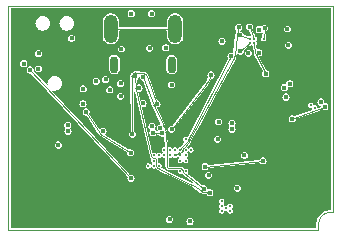
<source format=gbr>
%TF.GenerationSoftware,KiCad,Pcbnew,7.0.7*%
%TF.CreationDate,2024-01-11T19:31:21-08:00*%
%TF.ProjectId,beeper-design,62656570-6572-42d6-9465-7369676e2e6b,rev?*%
%TF.SameCoordinates,Original*%
%TF.FileFunction,Copper,L2,Inr*%
%TF.FilePolarity,Positive*%
%FSLAX46Y46*%
G04 Gerber Fmt 4.6, Leading zero omitted, Abs format (unit mm)*
G04 Created by KiCad (PCBNEW 7.0.7) date 2024-01-11 19:31:21*
%MOMM*%
%LPD*%
G01*
G04 APERTURE LIST*
%TA.AperFunction,ComponentPad*%
%ADD10O,0.730000X1.460000*%
%TD*%
%TA.AperFunction,ComponentPad*%
%ADD11O,1.200000X2.400000*%
%TD*%
%TA.AperFunction,ViaPad*%
%ADD12C,0.400000*%
%TD*%
%TA.AperFunction,ViaPad*%
%ADD13C,0.250000*%
%TD*%
%TA.AperFunction,Conductor*%
%ADD14C,0.075000*%
%TD*%
%TA.AperFunction,Profile*%
%ADD15C,0.050000*%
%TD*%
G04 APERTURE END LIST*
D10*
%TO.N,SHIELD*%
%TO.C,J6*%
X134719176Y-103485414D03*
X139569176Y-103485414D03*
D11*
X134419176Y-100455414D03*
X139869176Y-100455414D03*
%TD*%
D12*
%TO.N,codec-i2c-net_scl*%
X149104000Y-105433494D03*
D13*
%TO.N,mcu_mcu-wpwr1_gpio*%
X140305165Y-111160086D03*
D12*
X143822917Y-101514832D03*
D13*
%TO.N,CLAMP1*%
X146563236Y-101699687D03*
D12*
X147538753Y-104259505D03*
D13*
%TO.N,mcu_mcu-mem_sdio1*%
X143812568Y-115468836D03*
D12*
%TO.N,SHIELD*%
X136142594Y-99172710D03*
X137871349Y-99172710D03*
D13*
%TO.N,mcu_mcu-etm_data0*%
X138505165Y-111160086D03*
D12*
X137135702Y-106775555D03*
%TO.N,VBAT*%
X139561513Y-105189671D03*
D13*
%TO.N,mcu_mcu-mem_sdio2*%
X140305165Y-111610086D03*
X143812568Y-115868836D03*
D12*
%TO.N,codec-i2c-net_sda*%
X142405550Y-112118891D03*
X147306899Y-111638234D03*
%TO.N,VBUS*%
X135307597Y-102163983D03*
%TO.N,mcu_hap-gpio1_gpio*%
X134334368Y-105632680D03*
D13*
X138055165Y-111610086D03*
D12*
%TO.N,OUT+*%
X132066160Y-106806138D03*
D13*
%TO.N,mcu_mcu-mem_sck*%
X144512568Y-115868836D03*
X140305165Y-112510086D03*
%TO.N,mcu_mcu-mem_cs*%
X140755165Y-111160086D03*
X143812568Y-115068836D03*
%TO.N,mcu_mcu-mem_sdio0*%
X144162568Y-115668836D03*
X139405165Y-111160086D03*
D12*
%TO.N,mcu_hap-i2c_scl*%
X133976982Y-104745882D03*
D13*
X137605165Y-112060086D03*
D12*
%TO.N,mcu_mcu-button2_gpio*%
X142694670Y-112843262D03*
D13*
X140755165Y-111610086D03*
D12*
%TO.N,CLAMP2*%
X146170132Y-100282418D03*
D13*
X146563236Y-101299687D03*
%TO.N,mcu_mcu-wpwr0_gpio*%
X140305165Y-110710086D03*
D12*
X144600759Y-102778021D03*
D13*
%TO.N,mcu_mcu-etm_data2*%
X138955165Y-111160086D03*
D12*
X138331450Y-106815731D03*
X136249569Y-109365791D03*
D13*
%TO.N,SP_P*%
X151354476Y-106915097D03*
D12*
%TO.N,mcu_dbg-m33_swdclk*%
X127049008Y-103397477D03*
%TO.N,D-*%
X136498775Y-104496893D03*
X142800540Y-114330652D03*
%TO.N,nAD-EN*%
X145376382Y-102351168D03*
D13*
X146163236Y-101699687D03*
D12*
X139076222Y-102054708D03*
%TO.N,QVAR1*%
X130784824Y-109115470D03*
%TO.N,mcu_dbg-m33_swdio*%
X127590593Y-103948199D03*
X136132564Y-113110803D03*
D13*
%TO.N,SP_N*%
X151694476Y-107165097D03*
D12*
%TO.N,GND*%
X142992066Y-101488315D03*
D13*
X151354476Y-104415097D03*
D12*
X126240526Y-108423762D03*
X152711911Y-111192564D03*
X138465131Y-104529666D03*
X126259751Y-103538415D03*
X148605548Y-102305725D03*
X129713698Y-109601468D03*
X126259751Y-104094665D03*
D13*
X138505165Y-110260086D03*
X136705165Y-112060086D03*
X140218368Y-107384999D03*
X139405165Y-111610086D03*
D12*
X142329149Y-104880616D03*
X133897649Y-117005688D03*
D13*
X141191434Y-113867717D03*
X136407665Y-113617586D03*
D12*
X126253026Y-109467512D03*
X152778498Y-102986930D03*
X152711911Y-111784766D03*
D13*
X138505165Y-114760086D03*
D12*
X152772248Y-102455680D03*
D13*
X136705165Y-112960086D03*
D12*
X133890953Y-112656040D03*
X134419031Y-117022690D03*
D13*
X136407665Y-114967586D03*
X137155165Y-112960086D03*
D12*
X146498655Y-113498351D03*
D13*
X138955165Y-112060086D03*
D12*
X152834748Y-99255680D03*
X126246776Y-108942512D03*
X133387602Y-117000021D03*
D13*
X139405165Y-112510086D03*
D12*
X152815998Y-99780680D03*
X149165106Y-106915827D03*
X144168737Y-114869371D03*
D13*
X136857665Y-114967586D03*
D12*
X132354230Y-117002334D03*
X152790998Y-100843180D03*
D13*
X139855165Y-112510086D03*
D12*
X152772248Y-101911930D03*
X131841349Y-117005168D03*
D13*
X141655165Y-109810086D03*
X138055165Y-110260086D03*
D12*
X132872778Y-117002334D03*
D13*
X138505165Y-111610086D03*
D12*
X152803498Y-100311930D03*
X152703073Y-110618040D03*
D13*
X137757665Y-114517586D03*
D12*
X126240526Y-109992512D03*
X126246776Y-107905012D03*
X126244945Y-99856584D03*
X135461795Y-117005688D03*
X126253501Y-101950915D03*
D13*
X141655165Y-111610086D03*
D12*
X152720750Y-110052354D03*
X142647398Y-110810142D03*
X126253026Y-105798762D03*
X126258203Y-100373656D03*
X152694234Y-113720471D03*
X152711911Y-115125845D03*
X126253501Y-100894665D03*
X128251091Y-101228437D03*
D13*
X137757665Y-114967586D03*
D12*
X152694234Y-114409900D03*
X134934746Y-117017023D03*
X152772248Y-103511930D03*
D13*
X139405165Y-112060086D03*
D12*
X147316827Y-109072434D03*
X152703073Y-113075236D03*
X126272251Y-104650915D03*
X149161034Y-108872389D03*
D13*
X139855165Y-112060086D03*
D12*
X126247251Y-103000915D03*
X135697203Y-111949233D03*
D13*
X136407665Y-114067586D03*
D12*
X131401879Y-107139540D03*
X138348657Y-105724581D03*
X152729402Y-115643825D03*
X126280462Y-105271625D03*
D13*
X138955165Y-111610086D03*
D12*
X126240526Y-107373762D03*
X152772248Y-101368180D03*
X126249365Y-99335093D03*
X126253501Y-102450915D03*
X126240526Y-110517512D03*
X126253501Y-101432165D03*
X126246776Y-106317512D03*
X135228775Y-101572145D03*
X131325197Y-117003876D03*
D13*
X151354476Y-106415097D03*
D12*
X126246776Y-106836262D03*
X140846657Y-105538118D03*
X152711911Y-112421162D03*
X130804246Y-116979832D03*
D13*
%TO.N,mcu_hap-gpio0_gpio*%
X138055165Y-111160086D03*
D12*
%TO.N,VDD1P8*%
X135253660Y-106168638D03*
X149575571Y-105108471D03*
X146978728Y-100521254D03*
X135245811Y-105084379D03*
D13*
X141205165Y-110710086D03*
D12*
X130773738Y-108610382D03*
X152205282Y-106653960D03*
X145126723Y-113950183D03*
X133173574Y-104909491D03*
X137705469Y-102089296D03*
X145736583Y-111169977D03*
X129970343Y-110296899D03*
X149243195Y-106235422D03*
X133758692Y-109149897D03*
X146953008Y-102478299D03*
D13*
X140755165Y-109810086D03*
D12*
X144681473Y-108944675D03*
X128286276Y-103832108D03*
X144672634Y-108471798D03*
%TO.N,mcu_mcu-etm_data3*%
X137906777Y-108725171D03*
D13*
X139405165Y-110710086D03*
D12*
%TO.N,AC2*%
X149361022Y-100462983D03*
%TO.N,QVAR2*%
X141115303Y-116773148D03*
%TO.N,FOD*%
X145395132Y-101008981D03*
D13*
X146163236Y-101299687D03*
D12*
%TO.N,LX*%
X143543940Y-108319721D03*
D13*
%TO.N,mcu_mcu-mem_sdio3*%
X140755165Y-112510086D03*
X144512568Y-115468836D03*
D12*
%TO.N,mcu_mcu-uart_tx*%
X131099595Y-101264852D03*
D13*
X138055165Y-112060086D03*
D12*
%TO.N,cap_p1*%
X149451016Y-101838435D03*
D13*
%TO.N,mcu_mcu-etm_clk*%
X139855165Y-110710086D03*
D12*
X136813812Y-105468849D03*
D13*
%TO.N,mcu_mcu-uart_rx*%
X138505165Y-112060086D03*
D12*
X128307419Y-102542244D03*
%TO.N,VDD_IO*%
X152536167Y-107037869D03*
X149775319Y-108083497D03*
%TO.N,OUT-*%
X132078660Y-105549888D03*
D13*
%TO.N,RECT*%
X147363236Y-101299687D03*
D12*
X147432192Y-100388488D03*
%TO.N,board-io_rgb_r*%
X139570173Y-108951200D03*
X142899067Y-104366671D03*
%TO.N,mcu_q-spi_sdi*%
X132328370Y-107500892D03*
X136085542Y-110946589D03*
%TO.N,mcu_hap-i2c_sda*%
X137982440Y-109241617D03*
X138776380Y-109309812D03*
%TO.N,mcu_mcu-wpwr2_gpio*%
X146062497Y-102528897D03*
D13*
X140755165Y-110710086D03*
D12*
%TO.N,D+*%
X142306465Y-114008336D03*
X137170614Y-104537859D03*
%TO.N,mcu_mcu-wpwr3_gpio*%
X145245596Y-100348780D03*
D13*
X139855165Y-111160086D03*
D12*
%TO.N,mcu_mcu-etm_data1*%
X138610093Y-108833959D03*
D13*
X138955165Y-110710086D03*
D12*
%TO.N,V14RF*%
X143452612Y-109789874D03*
X139386679Y-116595891D03*
%TD*%
D14*
%TO.N,CLAMP1*%
X146563236Y-101699687D02*
X146653657Y-102489671D01*
X146653661Y-102489671D02*
G75*
G03*
X146654930Y-102497808I99039J11271D01*
G01*
X146654929Y-102497808D02*
X146670153Y-102574345D01*
X146670150Y-102574346D02*
G75*
G03*
X146679440Y-102600837I98150J19546D01*
G01*
X146679440Y-102600837D02*
X147538753Y-104259505D01*
%TO.N,SHIELD*%
X134419176Y-100455414D02*
X139869176Y-100455414D01*
%TO.N,codec-i2c-net_sda*%
X142405550Y-112118891D02*
X147306899Y-111638234D01*
%TO.N,CLAMP2*%
X146563236Y-101299687D02*
X146170132Y-100282418D01*
%TO.N,mcu_mcu-wpwr0_gpio*%
X144600759Y-102778021D02*
X140959697Y-109903424D01*
X140953795Y-109913477D02*
G75*
G03*
X140959696Y-109903424I-82995J55477D01*
G01*
X140953797Y-109913478D02*
X140926700Y-109954031D01*
X140919380Y-109963677D02*
G75*
G03*
X140926699Y-109954031I-75880J65177D01*
G01*
X140919376Y-109963673D02*
X140486698Y-110466849D01*
X140486698Y-110466849D02*
G75*
G03*
X140476161Y-110480022I180602J-155251D01*
G01*
X140476161Y-110480022D02*
X140305165Y-110710086D01*
%TO.N,mcu_mcu-etm_data2*%
X138331450Y-106815731D02*
X137449197Y-104426680D01*
X137449194Y-104426681D02*
G75*
G03*
X137438537Y-104405765I-93794J-34619D01*
G01*
X137438537Y-104405765D02*
X137395182Y-104340881D01*
X137395188Y-104340877D02*
G75*
G03*
X137367592Y-104313291I-83088J-55523D01*
G01*
X137367592Y-104313291D02*
X137302707Y-104269936D01*
X137302718Y-104269919D02*
G75*
G03*
X137266659Y-104255004I-55518J-83181D01*
G01*
X137266659Y-104255004D02*
X137190123Y-104239780D01*
X137190123Y-104239780D02*
G75*
G03*
X137176700Y-104238045I-19523J-98220D01*
G01*
X137176700Y-104238044D02*
X136504862Y-104197079D01*
X136504862Y-104197071D02*
G75*
G03*
X136479266Y-104198815I-6062J-99729D01*
G01*
X136479266Y-104198815D02*
X136402730Y-104214039D01*
X136402732Y-104214050D02*
G75*
G03*
X136366682Y-104228970I19468J-98050D01*
G01*
X136366682Y-104228970D02*
X136301797Y-104272325D01*
X136301810Y-104272344D02*
G75*
G03*
X136274208Y-104299915I55490J-83156D01*
G01*
X136274207Y-104299915D02*
X136230852Y-104364799D01*
X136230866Y-104364808D02*
G75*
G03*
X136215921Y-104400847I83134J-55592D01*
G01*
X136215921Y-104400847D02*
X136200697Y-104477384D01*
X136200700Y-104477385D02*
G75*
G03*
X136198781Y-104497936I98000J-19515D01*
G01*
X136198781Y-104497936D02*
X136249569Y-109365791D01*
%TO.N,D-*%
X142800540Y-114330652D02*
X142301974Y-114308235D01*
X142286957Y-114306408D02*
G75*
G03*
X142301974Y-114308234I19543J98008D01*
G01*
X142286956Y-114306414D02*
X142210420Y-114291190D01*
X142174366Y-114276268D02*
G75*
G03*
X142210420Y-114291189I55534J83168D01*
G01*
X142174372Y-114276259D02*
X142109487Y-114232904D01*
X142108063Y-114231935D02*
G75*
G03*
X142109487Y-114232904I66037J95535D01*
G01*
X142108063Y-114231935D02*
X141336804Y-113697151D01*
X141336804Y-113697151D02*
G75*
G03*
X141335379Y-113696183I-52604J-75849D01*
G01*
X141335380Y-113696182D02*
X141294827Y-113669085D01*
X141294825Y-113669089D02*
G75*
G03*
X141282598Y-113662107I-55625J-83211D01*
G01*
X141282598Y-113662106D02*
X139314001Y-112715697D01*
X139312608Y-112715013D02*
G75*
G03*
X139314001Y-112715696I46292J92613D01*
G01*
X139312608Y-112715014D02*
X138412608Y-112265014D01*
X138401775Y-112258713D02*
G75*
G03*
X138412608Y-112265013I55525J83013D01*
G01*
X138401772Y-112258718D02*
X138361219Y-112231621D01*
X138333641Y-112204023D02*
G75*
G03*
X138361219Y-112231620I83159J55523D01*
G01*
X138333629Y-112204031D02*
X138306533Y-112163478D01*
X138291597Y-112127431D02*
G75*
G03*
X138306533Y-112163478I98103J19531D01*
G01*
X138291601Y-112127430D02*
X138282086Y-112079595D01*
X138280167Y-112060086D02*
G75*
G03*
X138282087Y-112079595I99933J-14D01*
G01*
X138280165Y-112060086D02*
X138280165Y-111610086D01*
X138280165Y-111610086D02*
G75*
G03*
X138278242Y-111590577I-100065J-14D01*
G01*
X138278243Y-111590577D02*
X138268728Y-111542741D01*
X138268718Y-111542743D02*
G75*
G03*
X138253796Y-111506693I-98018J-19457D01*
G01*
X138253797Y-111506693D02*
X138226700Y-111466140D01*
X138226710Y-111466133D02*
G75*
G03*
X138199110Y-111438551I-83110J-55567D01*
G01*
X138199110Y-111438551D02*
X138158557Y-111411454D01*
X138158557Y-111411454D02*
G75*
G03*
X138119683Y-111396002I-55557J-83146D01*
G01*
X138119683Y-111396002D02*
X137990647Y-111374169D01*
X137951769Y-111358722D02*
G75*
G03*
X137990647Y-111374168I55531J83122D01*
G01*
X137951772Y-111358718D02*
X137911219Y-111331621D01*
X137883641Y-111304023D02*
G75*
G03*
X137911219Y-111331620I83159J55523D01*
G01*
X137883629Y-111304031D02*
X137856533Y-111263478D01*
X137842252Y-111230472D02*
G75*
G03*
X137856533Y-111263478I97448J22572D01*
G01*
X137842255Y-111230471D02*
X136531612Y-105567936D01*
X136530959Y-105564895D02*
G75*
G03*
X136531612Y-105567936I96741J19195D01*
G01*
X136530958Y-105564895D02*
X136515734Y-105488358D01*
X136513818Y-105470395D02*
G75*
G03*
X136515734Y-105488358I100082J1595D01*
G01*
X136513824Y-105470395D02*
X136498775Y-104496893D01*
%TO.N,nAD-EN*%
X146163236Y-101699687D02*
X145376382Y-102351168D01*
%TO.N,mcu_dbg-m33_swdio*%
X136132564Y-113110803D02*
X127590593Y-103948199D01*
%TO.N,FOD*%
X146163236Y-101299687D02*
X145395132Y-101008981D01*
%TO.N,VDD_IO*%
X149775319Y-108083497D02*
X151775703Y-107374842D01*
X151775703Y-107374841D02*
G75*
G03*
X151782856Y-107371993I-33303J94041D01*
G01*
X151782856Y-107371994D02*
X152536167Y-107037869D01*
%TO.N,RECT*%
X147363236Y-101299687D02*
X147432192Y-100388488D01*
%TO.N,board-io_rgb_r*%
X142899067Y-104366671D02*
X142604585Y-104999351D01*
X142597067Y-105012707D02*
G75*
G03*
X142604584Y-104999351I-83167J55607D01*
G01*
X142597072Y-105012710D02*
X142553717Y-105077594D01*
X142549791Y-105083060D02*
G75*
G03*
X142553717Y-105077594I-79391J61160D01*
G01*
X142549792Y-105083061D02*
X139570173Y-108951200D01*
%TO.N,mcu_q-spi_sdi*%
X136085542Y-110946589D02*
X133629357Y-109419599D01*
X133626598Y-109417820D02*
G75*
G03*
X133629357Y-109419599I54502J81520D01*
G01*
X133626598Y-109417820D02*
X133561713Y-109374465D01*
X133534126Y-109346873D02*
G75*
G03*
X133561713Y-109374464I83174J55573D01*
G01*
X133534123Y-109346875D02*
X133490769Y-109281991D01*
X133490173Y-109281087D02*
G75*
G03*
X133490769Y-109281991I68227J44387D01*
G01*
X133490172Y-109281087D02*
X132328370Y-107500892D01*
%TO.N,mcu_hap-i2c_sda*%
X138776380Y-109309812D02*
X137982440Y-109241617D01*
%TO.N,D+*%
X137170614Y-104537859D02*
X138052866Y-106926910D01*
X138052867Y-106926910D02*
G75*
G03*
X138056026Y-106934493I93733J34610D01*
G01*
X138056026Y-106934493D02*
X138885517Y-108715196D01*
X138889268Y-108724434D02*
G75*
G03*
X138885517Y-108715196I-94668J-33066D01*
G01*
X138889271Y-108724433D02*
X139055558Y-109200286D01*
X139059241Y-109213765D02*
G75*
G03*
X139055557Y-109200286I-98341J-19635D01*
G01*
X139059234Y-109213766D02*
X139074458Y-109290303D01*
X139076101Y-109302420D02*
G75*
G03*
X139074457Y-109290303I-99901J-7380D01*
G01*
X139076106Y-109302420D02*
X139179891Y-110702694D01*
X139180164Y-110710086D02*
G75*
G03*
X139179891Y-110702694I-100564J-14D01*
G01*
X139180165Y-110710086D02*
X139180165Y-112060086D01*
X139180167Y-112060086D02*
G75*
G03*
X139182087Y-112079595I99933J-14D01*
G01*
X139182086Y-112079595D02*
X139191601Y-112127430D01*
X139191597Y-112127431D02*
G75*
G03*
X139206533Y-112163478I98103J19531D01*
G01*
X139206533Y-112163478D02*
X139233629Y-112204031D01*
X139233641Y-112204023D02*
G75*
G03*
X139261219Y-112231620I83159J55523D01*
G01*
X139261219Y-112231621D02*
X139301772Y-112258718D01*
X139301769Y-112258722D02*
G75*
G03*
X139337820Y-112273649I55531J83122D01*
G01*
X139337820Y-112273649D02*
X139385656Y-112283164D01*
X139385657Y-112283159D02*
G75*
G03*
X139405165Y-112285086I19543J98159D01*
G01*
X139405165Y-112285086D02*
X140305165Y-112285086D01*
X140324675Y-112287002D02*
G75*
G03*
X140305165Y-112285086I-19475J-97998D01*
G01*
X140324674Y-112287007D02*
X140372509Y-112296522D01*
X140408557Y-112311454D02*
G75*
G03*
X140372509Y-112296522I-55557J-83146D01*
G01*
X140408557Y-112311454D02*
X140449110Y-112338551D01*
X140476710Y-112366133D02*
G75*
G03*
X140449110Y-112338551I-83110J-55567D01*
G01*
X140476700Y-112366140D02*
X140503797Y-112406693D01*
X140519237Y-112445570D02*
G75*
G03*
X140503796Y-112406693I-98537J-16630D01*
G01*
X140519248Y-112445568D02*
X140541081Y-112574604D01*
X140541077Y-112574605D02*
G75*
G03*
X140556533Y-112613478I98623J16705D01*
G01*
X140556533Y-112613478D02*
X140583629Y-112654031D01*
X140583639Y-112654025D02*
G75*
G03*
X140605156Y-112677233I83161J55525D01*
G01*
X140605156Y-112677233D02*
X142306465Y-114008336D01*
%TO.N,mcu_mcu-wpwr3_gpio*%
X139855165Y-111160086D02*
X140207558Y-110957867D01*
X140240649Y-110946012D02*
G75*
G03*
X140207558Y-110957867I16651J-98588D01*
G01*
X140240647Y-110946002D02*
X140369683Y-110924169D01*
X140369684Y-110924173D02*
G75*
G03*
X140408556Y-110908717I-16684J98573D01*
G01*
X140408557Y-110908718D02*
X140449110Y-110881621D01*
X140449107Y-110881616D02*
G75*
G03*
X140476700Y-110854031I-55507J83116D01*
G01*
X140476700Y-110854031D02*
X140503797Y-110813478D01*
X140503783Y-110813468D02*
G75*
G03*
X140519247Y-110774604I-83083J55568D01*
G01*
X140519248Y-110774604D02*
X140541081Y-110645568D01*
X140556547Y-110606702D02*
G75*
G03*
X140541081Y-110645568I83153J-55598D01*
G01*
X140556533Y-110606693D02*
X140583629Y-110566140D01*
X140590949Y-110556494D02*
G75*
G03*
X140583629Y-110566140I76051J-65306D01*
G01*
X140590954Y-110556498D02*
X141023632Y-110053323D01*
X141023634Y-110053325D02*
G75*
G03*
X141041027Y-110030422I-180234J154925D01*
G01*
X141041027Y-110030422D02*
X141068124Y-109989869D01*
X141068127Y-109989871D02*
G75*
G03*
X141079913Y-109970237I-197427J131871D01*
G01*
X141079914Y-109970237D02*
X144873646Y-102901848D01*
X144873659Y-102901855D02*
G75*
G03*
X144883612Y-102874067I-88159J47255D01*
G01*
X144883613Y-102874067D02*
X144898837Y-102797530D01*
X144898838Y-102797530D02*
G75*
G03*
X144900167Y-102788877I-98338J19530D01*
G01*
X144900168Y-102788877D02*
X145095723Y-100998125D01*
X145097050Y-100989471D02*
G75*
G03*
X145095724Y-100998125I97850J-19429D01*
G01*
X145097053Y-100989472D02*
X145112277Y-100912935D01*
X145113041Y-100909436D02*
G75*
G03*
X145112278Y-100912935I95959J-22764D01*
G01*
X145113039Y-100909435D02*
X145245596Y-100348780D01*
%TD*%
%TA.AperFunction,Conductor*%
%TO.N,GND*%
G36*
X138757388Y-111276696D02*
G01*
X138770907Y-111290215D01*
X138792587Y-111322663D01*
X138825036Y-111344344D01*
X138867179Y-111372503D01*
X138955165Y-111390004D01*
X138983605Y-111384347D01*
X139020388Y-111391663D01*
X139041223Y-111422845D01*
X139042165Y-111432405D01*
X139042165Y-112078253D01*
X139042166Y-112078256D01*
X139042584Y-112081432D01*
X139042039Y-112081503D01*
X139042437Y-112085535D01*
X139042983Y-112085500D01*
X139043193Y-112088703D01*
X139046737Y-112106517D01*
X139049241Y-112119110D01*
X139049247Y-112119168D01*
X139052428Y-112135146D01*
X139052426Y-112135154D01*
X139059387Y-112170121D01*
X139059393Y-112170149D01*
X139059794Y-112172163D01*
X139059797Y-112172171D01*
X139060208Y-112173004D01*
X139061435Y-112175966D01*
X139069330Y-112199213D01*
X139080159Y-112221166D01*
X139081385Y-112224125D01*
X139081695Y-112225039D01*
X139082787Y-112226672D01*
X139082800Y-112226694D01*
X139086641Y-112232442D01*
X139128977Y-112295803D01*
X139129776Y-112296504D01*
X139132048Y-112298777D01*
X139148095Y-112317088D01*
X139166539Y-112333275D01*
X139168802Y-112335538D01*
X139169444Y-112336270D01*
X139185775Y-112347182D01*
X139210694Y-112363846D01*
X139215293Y-112366921D01*
X139215350Y-112366951D01*
X139238692Y-112382546D01*
X139238773Y-112382594D01*
X139240208Y-112383554D01*
X139240214Y-112383556D01*
X139241088Y-112383853D01*
X139244051Y-112385080D01*
X139266073Y-112395937D01*
X139289271Y-112403807D01*
X139292213Y-112405025D01*
X139293080Y-112405453D01*
X139294791Y-112405792D01*
X139294876Y-112405813D01*
X139295618Y-112405960D01*
X139295625Y-112405963D01*
X139309899Y-112408798D01*
X139343679Y-112415517D01*
X139376546Y-112422056D01*
X139376547Y-112422056D01*
X139376552Y-112422057D01*
X139376556Y-112422056D01*
X139379756Y-112422266D01*
X139379718Y-112422837D01*
X139383739Y-112423232D01*
X139383814Y-112422666D01*
X139386995Y-112423085D01*
X139386998Y-112423086D01*
X139387001Y-112423086D01*
X139405117Y-112423086D01*
X139436614Y-112423097D01*
X139436615Y-112423096D01*
X139442030Y-112423098D01*
X139442146Y-112423086D01*
X140032845Y-112423086D01*
X140067493Y-112437438D01*
X140081845Y-112472086D01*
X140080904Y-112481644D01*
X140075247Y-112510086D01*
X140088955Y-112579005D01*
X140092748Y-112598072D01*
X140142587Y-112672663D01*
X140152748Y-112679452D01*
X140217179Y-112722503D01*
X140305165Y-112740004D01*
X140393151Y-112722503D01*
X140400978Y-112717272D01*
X140437759Y-112709954D01*
X140468943Y-112730787D01*
X140468944Y-112730788D01*
X140478979Y-112745806D01*
X140478999Y-112745828D01*
X140484304Y-112751269D01*
X140492021Y-112760532D01*
X140492024Y-112760535D01*
X140492029Y-112760541D01*
X140500808Y-112769057D01*
X140505754Y-112774666D01*
X140505808Y-112774720D01*
X140505812Y-112774725D01*
X140520082Y-112785890D01*
X140520082Y-112785891D01*
X140534319Y-112797037D01*
X140549269Y-112808742D01*
X140549363Y-112808799D01*
X141345679Y-113431836D01*
X141364124Y-113464490D01*
X141354077Y-113500622D01*
X141321423Y-113519067D01*
X141294254Y-113514590D01*
X139374655Y-112591737D01*
X139374034Y-112591438D01*
X138885521Y-112347182D01*
X138709611Y-112259227D01*
X138685040Y-112230896D01*
X138687698Y-112193488D01*
X138690775Y-112188190D01*
X138717582Y-112148072D01*
X138735083Y-112060086D01*
X138717582Y-111972100D01*
X138695288Y-111938734D01*
X138667742Y-111897508D01*
X138593151Y-111847669D01*
X138533605Y-111835825D01*
X138505165Y-111830168D01*
X138505164Y-111830168D01*
X138476723Y-111835825D01*
X138439941Y-111828507D01*
X138419106Y-111797324D01*
X138418165Y-111787766D01*
X138418165Y-111647286D01*
X138418169Y-111647243D01*
X138418168Y-111641565D01*
X138418169Y-111641564D01*
X138418165Y-111610067D01*
X138418165Y-111602278D01*
X138418165Y-111591919D01*
X138418165Y-111591916D01*
X138417746Y-111588735D01*
X138418305Y-111588661D01*
X138417910Y-111584643D01*
X138417346Y-111584680D01*
X138417135Y-111581480D01*
X138417136Y-111581473D01*
X138400532Y-111498001D01*
X138400297Y-111497525D01*
X138400073Y-111497069D01*
X138398846Y-111494103D01*
X138393211Y-111477487D01*
X138391015Y-111471011D01*
X138380166Y-111448999D01*
X138378943Y-111446044D01*
X138377600Y-111442084D01*
X138378450Y-111441795D01*
X138376225Y-111407790D01*
X138400955Y-111379596D01*
X138432181Y-111375487D01*
X138505165Y-111390004D01*
X138593151Y-111372503D01*
X138667742Y-111322663D01*
X138689423Y-111290214D01*
X138720605Y-111269380D01*
X138757388Y-111276696D01*
G37*
%TD.AperFunction*%
%TA.AperFunction,Conductor*%
G36*
X136874817Y-104600445D02*
G01*
X136878664Y-104612645D01*
X136881758Y-104630192D01*
X136883880Y-104642224D01*
X136936864Y-104733995D01*
X136936866Y-104733998D01*
X137018045Y-104802115D01*
X137067521Y-104820122D01*
X137115752Y-104837676D01*
X137143403Y-104863012D01*
X137144960Y-104866746D01*
X137921066Y-106968367D01*
X137922896Y-106975135D01*
X137923261Y-106976297D01*
X137926377Y-106982986D01*
X137927150Y-106984842D01*
X137929705Y-106991759D01*
X137929707Y-106991762D01*
X137930284Y-106992858D01*
X137933789Y-106998899D01*
X138616158Y-108463768D01*
X138617779Y-108501236D01*
X138592432Y-108528876D01*
X138571741Y-108533459D01*
X138557107Y-108533459D01*
X138457524Y-108569702D01*
X138376345Y-108637819D01*
X138376343Y-108637822D01*
X138323359Y-108729593D01*
X138304957Y-108833959D01*
X138323359Y-108938324D01*
X138376343Y-109030095D01*
X138376344Y-109030097D01*
X138399477Y-109049507D01*
X138416794Y-109082773D01*
X138405518Y-109118540D01*
X138372252Y-109135857D01*
X138363788Y-109135864D01*
X138288856Y-109129428D01*
X138255563Y-109112164D01*
X138250618Y-109105115D01*
X138216188Y-109045479D01*
X138216187Y-109045478D01*
X138216187Y-109045477D01*
X138148181Y-108988414D01*
X138130864Y-108955149D01*
X138140058Y-108925989D01*
X138138382Y-108925022D01*
X138193510Y-108829536D01*
X138193510Y-108829535D01*
X138193511Y-108829534D01*
X138211913Y-108725171D01*
X138193511Y-108620808D01*
X138193510Y-108620806D01*
X138193510Y-108620805D01*
X138140526Y-108529034D01*
X138140524Y-108529031D01*
X138059345Y-108460914D01*
X137959763Y-108424671D01*
X137853791Y-108424671D01*
X137754208Y-108460914D01*
X137673029Y-108529031D01*
X137673027Y-108529034D01*
X137620043Y-108620805D01*
X137603973Y-108711944D01*
X137601641Y-108725171D01*
X137605563Y-108747413D01*
X137620043Y-108829536D01*
X137673027Y-108921307D01*
X137673028Y-108921309D01*
X137708651Y-108951199D01*
X137741035Y-108978373D01*
X137758352Y-109011638D01*
X137749161Y-109040800D01*
X137750835Y-109041767D01*
X137695706Y-109137251D01*
X137686979Y-109186745D01*
X137677304Y-109241617D01*
X137679082Y-109251700D01*
X137695706Y-109345982D01*
X137748690Y-109437753D01*
X137748692Y-109437756D01*
X137829871Y-109505873D01*
X137929454Y-109542117D01*
X138035426Y-109542117D01*
X138135008Y-109505873D01*
X138216188Y-109437755D01*
X138221263Y-109428963D01*
X138251015Y-109406132D01*
X138267886Y-109404642D01*
X138469963Y-109421999D01*
X138503255Y-109439263D01*
X138508204Y-109446319D01*
X138542630Y-109505948D01*
X138542632Y-109505951D01*
X138623811Y-109574068D01*
X138723394Y-109610312D01*
X138829365Y-109610312D01*
X138829366Y-109610312D01*
X138896262Y-109585964D01*
X138933728Y-109587600D01*
X138959065Y-109615250D01*
X138961886Y-109628387D01*
X139021302Y-110430021D01*
X139009551Y-110465635D01*
X138976058Y-110482509D01*
X138962878Y-110481702D01*
X138955165Y-110480168D01*
X138867178Y-110497669D01*
X138792587Y-110547508D01*
X138742748Y-110622099D01*
X138742747Y-110622100D01*
X138742748Y-110622100D01*
X138725247Y-110710086D01*
X138733276Y-110750451D01*
X138742748Y-110798072D01*
X138792587Y-110872663D01*
X138825035Y-110894344D01*
X138845871Y-110925527D01*
X138838554Y-110962309D01*
X138825035Y-110975828D01*
X138792587Y-110997508D01*
X138770907Y-111029956D01*
X138739724Y-111050792D01*
X138702942Y-111043475D01*
X138689423Y-111029956D01*
X138667742Y-110997508D01*
X138593151Y-110947669D01*
X138505165Y-110930168D01*
X138417178Y-110947669D01*
X138342587Y-110997508D01*
X138320907Y-111029956D01*
X138289724Y-111050792D01*
X138252942Y-111043475D01*
X138239423Y-111029956D01*
X138217742Y-110997508D01*
X138143151Y-110947669D01*
X138055165Y-110930168D01*
X137967179Y-110947669D01*
X137967178Y-110947669D01*
X137967176Y-110947670D01*
X137930394Y-110940353D01*
X137909880Y-110910661D01*
X137036226Y-107136103D01*
X137042395Y-107099112D01*
X137072915Y-107077317D01*
X137083964Y-107076055D01*
X137188688Y-107076055D01*
X137288270Y-107039811D01*
X137369449Y-106971694D01*
X137369451Y-106971691D01*
X137422435Y-106879920D01*
X137422435Y-106879919D01*
X137422436Y-106879918D01*
X137440838Y-106775555D01*
X137422436Y-106671192D01*
X137422435Y-106671190D01*
X137422435Y-106671189D01*
X137369451Y-106579418D01*
X137369449Y-106579415D01*
X137288270Y-106511298D01*
X137188688Y-106475055D01*
X137082716Y-106475055D01*
X136983137Y-106511297D01*
X136983134Y-106511299D01*
X136967708Y-106524243D01*
X136931941Y-106535519D01*
X136898675Y-106518202D01*
X136888474Y-106497756D01*
X136766900Y-105972500D01*
X136733778Y-105829398D01*
X136739947Y-105792406D01*
X136770467Y-105770611D01*
X136781516Y-105769349D01*
X136866798Y-105769349D01*
X136966380Y-105733105D01*
X137047559Y-105664988D01*
X137047561Y-105664985D01*
X137067972Y-105629633D01*
X137079517Y-105609635D01*
X137100545Y-105573214D01*
X137100545Y-105573213D01*
X137100546Y-105573212D01*
X137118948Y-105468849D01*
X137100546Y-105364486D01*
X137100545Y-105364484D01*
X137100545Y-105364483D01*
X137047561Y-105272712D01*
X137047559Y-105272709D01*
X136966380Y-105204592D01*
X136866798Y-105168349D01*
X136760826Y-105168349D01*
X136712494Y-105185939D01*
X136675027Y-105184303D01*
X136649691Y-105156652D01*
X136646742Y-105140654D01*
X136641370Y-104793125D01*
X136655184Y-104758261D01*
X136658848Y-104754851D01*
X136732523Y-104693031D01*
X136760118Y-104645235D01*
X136787653Y-104597543D01*
X136789612Y-104598674D01*
X136809697Y-104576751D01*
X136847164Y-104575111D01*
X136874817Y-104600445D01*
G37*
%TD.AperFunction*%
%TA.AperFunction,Conductor*%
G36*
X153055148Y-98694852D02*
G01*
X153069500Y-98729500D01*
X153069500Y-115770500D01*
X153055148Y-115805148D01*
X153020500Y-115819500D01*
X153000000Y-115819500D01*
X152907093Y-115819500D01*
X152872555Y-115824970D01*
X152723568Y-115848567D01*
X152723565Y-115848568D01*
X152546843Y-115905988D01*
X152381285Y-115990344D01*
X152230954Y-116099566D01*
X152099566Y-116230954D01*
X151990344Y-116381285D01*
X151905988Y-116546843D01*
X151848568Y-116723565D01*
X151848567Y-116723568D01*
X151819500Y-116907093D01*
X151819500Y-117270500D01*
X151805148Y-117305148D01*
X151770500Y-117319500D01*
X125979500Y-117319500D01*
X125944852Y-117305148D01*
X125930500Y-117270500D01*
X125930500Y-116595890D01*
X139081543Y-116595890D01*
X139099945Y-116700256D01*
X139152929Y-116792027D01*
X139152931Y-116792030D01*
X139234110Y-116860147D01*
X139333693Y-116896391D01*
X139439665Y-116896391D01*
X139539247Y-116860147D01*
X139620426Y-116792030D01*
X139620428Y-116792027D01*
X139631328Y-116773148D01*
X140810167Y-116773148D01*
X140828569Y-116877513D01*
X140881553Y-116969284D01*
X140881555Y-116969287D01*
X140962734Y-117037404D01*
X141062317Y-117073648D01*
X141168289Y-117073648D01*
X141267871Y-117037404D01*
X141349050Y-116969287D01*
X141349052Y-116969284D01*
X141402036Y-116877513D01*
X141402036Y-116877512D01*
X141402037Y-116877511D01*
X141420439Y-116773148D01*
X141402037Y-116668785D01*
X141402036Y-116668783D01*
X141402036Y-116668782D01*
X141349052Y-116577011D01*
X141349050Y-116577008D01*
X141267871Y-116508891D01*
X141168289Y-116472648D01*
X141062317Y-116472648D01*
X140962734Y-116508891D01*
X140881555Y-116577008D01*
X140881553Y-116577011D01*
X140828569Y-116668782D01*
X140810167Y-116773148D01*
X139631328Y-116773148D01*
X139673412Y-116700256D01*
X139673412Y-116700255D01*
X139673413Y-116700254D01*
X139691815Y-116595891D01*
X139673413Y-116491528D01*
X139673412Y-116491526D01*
X139673412Y-116491525D01*
X139620428Y-116399754D01*
X139620426Y-116399751D01*
X139539247Y-116331634D01*
X139439665Y-116295391D01*
X139333693Y-116295391D01*
X139234110Y-116331634D01*
X139152931Y-116399751D01*
X139152929Y-116399754D01*
X139099945Y-116491525D01*
X139081543Y-116595890D01*
X125930500Y-116595890D01*
X125930500Y-115868836D01*
X143582650Y-115868836D01*
X143585706Y-115884198D01*
X143600151Y-115956822D01*
X143649990Y-116031413D01*
X143699830Y-116064714D01*
X143724582Y-116081253D01*
X143812568Y-116098754D01*
X143900554Y-116081253D01*
X143975145Y-116031413D01*
X144024985Y-115956822D01*
X144031772Y-115922695D01*
X144052608Y-115891514D01*
X144089386Y-115884197D01*
X144162568Y-115898754D01*
X144235746Y-115884198D01*
X144272527Y-115891515D01*
X144293362Y-115922697D01*
X144300150Y-115956820D01*
X144349990Y-116031413D01*
X144399830Y-116064714D01*
X144424582Y-116081253D01*
X144512568Y-116098754D01*
X144600554Y-116081253D01*
X144675145Y-116031413D01*
X144724985Y-115956822D01*
X144742486Y-115868836D01*
X144724985Y-115780850D01*
X144675145Y-115706259D01*
X144675144Y-115706257D01*
X144672371Y-115703484D01*
X144658019Y-115668836D01*
X144672371Y-115634188D01*
X144675144Y-115631414D01*
X144675145Y-115631413D01*
X144724985Y-115556822D01*
X144742486Y-115468836D01*
X144724985Y-115380850D01*
X144708446Y-115356098D01*
X144675145Y-115306258D01*
X144600554Y-115256419D01*
X144512568Y-115238918D01*
X144424581Y-115256419D01*
X144349990Y-115306258D01*
X144300150Y-115380851D01*
X144293362Y-115414975D01*
X144272526Y-115446157D01*
X144235746Y-115453473D01*
X144162568Y-115438918D01*
X144162567Y-115438918D01*
X144138646Y-115443676D01*
X144089388Y-115453473D01*
X144052608Y-115446157D01*
X144031772Y-115414974D01*
X144024985Y-115380850D01*
X143975145Y-115306259D01*
X143975144Y-115306257D01*
X143972371Y-115303484D01*
X143958019Y-115268836D01*
X143972371Y-115234188D01*
X143975144Y-115231414D01*
X143975145Y-115231413D01*
X144024985Y-115156822D01*
X144042486Y-115068836D01*
X144024985Y-114980850D01*
X144008446Y-114956098D01*
X143975145Y-114906258D01*
X143900554Y-114856419D01*
X143812568Y-114838918D01*
X143724581Y-114856419D01*
X143649990Y-114906258D01*
X143600151Y-114980849D01*
X143582650Y-115068835D01*
X143600151Y-115156822D01*
X143649993Y-115231416D01*
X143652767Y-115234191D01*
X143667116Y-115268840D01*
X143652767Y-115303481D01*
X143649993Y-115306255D01*
X143600151Y-115380849D01*
X143582650Y-115468835D01*
X143600151Y-115556822D01*
X143649993Y-115631416D01*
X143652767Y-115634191D01*
X143667116Y-115668840D01*
X143652767Y-115703481D01*
X143649993Y-115706255D01*
X143600151Y-115780849D01*
X143586682Y-115848567D01*
X143582650Y-115868836D01*
X125930500Y-115868836D01*
X125930500Y-110296899D01*
X129665207Y-110296899D01*
X129683609Y-110401264D01*
X129736593Y-110493035D01*
X129736595Y-110493038D01*
X129817774Y-110561155D01*
X129917357Y-110597399D01*
X130023329Y-110597399D01*
X130122911Y-110561155D01*
X130204090Y-110493038D01*
X130204092Y-110493035D01*
X130257076Y-110401264D01*
X130257076Y-110401263D01*
X130257077Y-110401262D01*
X130275479Y-110296899D01*
X130257077Y-110192536D01*
X130257076Y-110192534D01*
X130257076Y-110192533D01*
X130204092Y-110100762D01*
X130204090Y-110100759D01*
X130122911Y-110032642D01*
X130023329Y-109996399D01*
X129917357Y-109996399D01*
X129817774Y-110032642D01*
X129736595Y-110100759D01*
X129736593Y-110100762D01*
X129683609Y-110192533D01*
X129665207Y-110296899D01*
X125930500Y-110296899D01*
X125930500Y-108610382D01*
X130468602Y-108610382D01*
X130487004Y-108714747D01*
X130539988Y-108806518D01*
X130539990Y-108806521D01*
X130568020Y-108830041D01*
X130585337Y-108863307D01*
X130574059Y-108899074D01*
X130568020Y-108905113D01*
X130551076Y-108919330D01*
X130551074Y-108919333D01*
X130498090Y-109011104D01*
X130479688Y-109115470D01*
X130498090Y-109219835D01*
X130551074Y-109311606D01*
X130551076Y-109311609D01*
X130632255Y-109379726D01*
X130731838Y-109415970D01*
X130837810Y-109415970D01*
X130937392Y-109379726D01*
X131018571Y-109311609D01*
X131018573Y-109311606D01*
X131034315Y-109284341D01*
X131058982Y-109241616D01*
X131071557Y-109219835D01*
X131071557Y-109219834D01*
X131071558Y-109219833D01*
X131089960Y-109115470D01*
X131071558Y-109011107D01*
X131071557Y-109011105D01*
X131071557Y-109011104D01*
X131018573Y-108919333D01*
X131018569Y-108919328D01*
X130990541Y-108895810D01*
X130973223Y-108862545D01*
X130984501Y-108826778D01*
X130990542Y-108820737D01*
X131007486Y-108806520D01*
X131041611Y-108747413D01*
X131060471Y-108714747D01*
X131060471Y-108714746D01*
X131060472Y-108714745D01*
X131078874Y-108610382D01*
X131060472Y-108506019D01*
X131060471Y-108506017D01*
X131060471Y-108506016D01*
X131007487Y-108414245D01*
X131007485Y-108414242D01*
X130926306Y-108346125D01*
X130826724Y-108309882D01*
X130720752Y-108309882D01*
X130621169Y-108346125D01*
X130539990Y-108414242D01*
X130539988Y-108414245D01*
X130487004Y-108506016D01*
X130468602Y-108610382D01*
X125930500Y-108610382D01*
X125930500Y-103948199D01*
X127285457Y-103948199D01*
X127303859Y-104052564D01*
X127356843Y-104144335D01*
X127356845Y-104144338D01*
X127438024Y-104212455D01*
X127537607Y-104248699D01*
X127643578Y-104248699D01*
X127643579Y-104248699D01*
X127643579Y-104248698D01*
X127647803Y-104247954D01*
X127648095Y-104249611D01*
X127679282Y-104250957D01*
X127694436Y-104261963D01*
X135698784Y-112847882D01*
X135829296Y-112987876D01*
X135842425Y-113023006D01*
X135841711Y-113029797D01*
X135827428Y-113110802D01*
X135845830Y-113215168D01*
X135898814Y-113306939D01*
X135898816Y-113306942D01*
X135979995Y-113375059D01*
X136079578Y-113411303D01*
X136185550Y-113411303D01*
X136285132Y-113375059D01*
X136366311Y-113306942D01*
X136366313Y-113306939D01*
X136419297Y-113215168D01*
X136419297Y-113215167D01*
X136419298Y-113215166D01*
X136437700Y-113110803D01*
X136419298Y-113006440D01*
X136419297Y-113006438D01*
X136419297Y-113006437D01*
X136366313Y-112914666D01*
X136366311Y-112914663D01*
X136285132Y-112846546D01*
X136185550Y-112810303D01*
X136079578Y-112810303D01*
X136079577Y-112810303D01*
X136075358Y-112811047D01*
X136075067Y-112809399D01*
X136043839Y-112808027D01*
X136028719Y-112797037D01*
X135983301Y-112748319D01*
X131091310Y-107500892D01*
X132023234Y-107500892D01*
X132041636Y-107605257D01*
X132094620Y-107697028D01*
X132094622Y-107697031D01*
X132175801Y-107765148D01*
X132275384Y-107801392D01*
X132333163Y-107801392D01*
X132367811Y-107815744D01*
X132374197Y-107823612D01*
X133364451Y-109340951D01*
X133365897Y-109343485D01*
X133365923Y-109343538D01*
X133365932Y-109343551D01*
X133365933Y-109343554D01*
X133367591Y-109346035D01*
X133375293Y-109357563D01*
X133384536Y-109371725D01*
X133384570Y-109371764D01*
X133386346Y-109374106D01*
X133404969Y-109401976D01*
X133429473Y-109438649D01*
X133430220Y-109439304D01*
X133432482Y-109441567D01*
X133448611Y-109459961D01*
X133448612Y-109459962D01*
X133448613Y-109459963D01*
X133467032Y-109476119D01*
X133469297Y-109478383D01*
X133469939Y-109479115D01*
X133486614Y-109490257D01*
X133511214Y-109506699D01*
X133511216Y-109506699D01*
X133516096Y-109509960D01*
X133516124Y-109509975D01*
X133536372Y-109523504D01*
X133538300Y-109524934D01*
X133541066Y-109527203D01*
X133541068Y-109527205D01*
X133553183Y-109534737D01*
X133565035Y-109542656D01*
X133565044Y-109542659D01*
X133568228Y-109544229D01*
X133570333Y-109545399D01*
X134363765Y-110038669D01*
X135757277Y-110905003D01*
X135779125Y-110935485D01*
X135780395Y-110946528D01*
X135798808Y-111050954D01*
X135851792Y-111142725D01*
X135851794Y-111142728D01*
X135932973Y-111210845D01*
X136032556Y-111247089D01*
X136138528Y-111247089D01*
X136238110Y-111210845D01*
X136319289Y-111142728D01*
X136319291Y-111142725D01*
X136372275Y-111050954D01*
X136372275Y-111050953D01*
X136372276Y-111050952D01*
X136390678Y-110946589D01*
X136372276Y-110842226D01*
X136372275Y-110842224D01*
X136372275Y-110842223D01*
X136319291Y-110750452D01*
X136319289Y-110750449D01*
X136238110Y-110682332D01*
X136138528Y-110646089D01*
X136032556Y-110646089D01*
X135948354Y-110676734D01*
X135910887Y-110675098D01*
X135905725Y-110672303D01*
X133956210Y-109460306D01*
X133934362Y-109429824D01*
X133940467Y-109392821D01*
X133950583Y-109381156D01*
X133968895Y-109365791D01*
X135944433Y-109365791D01*
X135945899Y-109374106D01*
X135962835Y-109470156D01*
X136015819Y-109561927D01*
X136015821Y-109561930D01*
X136097000Y-109630047D01*
X136196583Y-109666291D01*
X136302555Y-109666291D01*
X136402137Y-109630047D01*
X136483316Y-109561930D01*
X136483318Y-109561927D01*
X136492861Y-109545399D01*
X136525206Y-109489374D01*
X136536302Y-109470156D01*
X136536302Y-109470155D01*
X136536303Y-109470154D01*
X136554705Y-109365791D01*
X136536303Y-109261428D01*
X136536302Y-109261426D01*
X136536302Y-109261425D01*
X136483318Y-109169654D01*
X136483314Y-109169649D01*
X136401931Y-109101362D01*
X136384614Y-109068097D01*
X136384431Y-109064360D01*
X136350660Y-105827626D01*
X136364649Y-105792833D01*
X136399146Y-105778121D01*
X136433942Y-105792110D01*
X136447395Y-105816069D01*
X137699578Y-111226030D01*
X137699584Y-111226081D01*
X137703535Y-111243136D01*
X137703533Y-111243144D01*
X137703536Y-111243144D01*
X137711215Y-111276319D01*
X137711248Y-111276447D01*
X137711905Y-111279288D01*
X137712605Y-111280602D01*
X137714009Y-111283759D01*
X137720846Y-111302598D01*
X137729872Y-111320428D01*
X137731213Y-111323619D01*
X137731696Y-111325041D01*
X137733292Y-111327430D01*
X137733344Y-111327513D01*
X137740985Y-111338943D01*
X137778977Y-111395803D01*
X137779776Y-111396504D01*
X137782048Y-111398777D01*
X137798095Y-111417088D01*
X137816539Y-111433275D01*
X137818802Y-111435538D01*
X137819444Y-111436270D01*
X137834072Y-111446044D01*
X137834461Y-111446304D01*
X137855297Y-111477487D01*
X137847981Y-111514267D01*
X137842749Y-111522097D01*
X137842748Y-111522099D01*
X137825247Y-111610086D01*
X137842748Y-111698072D01*
X137892587Y-111772663D01*
X137925035Y-111794344D01*
X137945871Y-111825527D01*
X137938554Y-111862309D01*
X137925035Y-111875828D01*
X137892587Y-111897508D01*
X137870907Y-111929956D01*
X137839724Y-111950792D01*
X137802942Y-111943475D01*
X137789423Y-111929956D01*
X137767742Y-111897508D01*
X137693151Y-111847669D01*
X137633605Y-111835825D01*
X137605165Y-111830168D01*
X137605164Y-111830168D01*
X137517178Y-111847669D01*
X137442587Y-111897508D01*
X137392748Y-111972099D01*
X137375247Y-112060086D01*
X137392748Y-112148072D01*
X137442587Y-112222663D01*
X137466867Y-112238886D01*
X137517179Y-112272503D01*
X137605165Y-112290004D01*
X137693151Y-112272503D01*
X137767742Y-112222663D01*
X137789423Y-112190214D01*
X137820605Y-112169380D01*
X137857388Y-112176696D01*
X137870907Y-112190215D01*
X137892587Y-112222663D01*
X137916867Y-112238886D01*
X137967179Y-112272503D01*
X138055165Y-112290004D01*
X138143151Y-112272503D01*
X138146861Y-112270023D01*
X138150980Y-112267272D01*
X138187762Y-112259954D01*
X138218945Y-112280789D01*
X138218946Y-112280790D01*
X138228977Y-112295803D01*
X138229776Y-112296504D01*
X138232048Y-112298777D01*
X138248095Y-112317088D01*
X138266539Y-112333275D01*
X138268802Y-112335538D01*
X138269444Y-112336270D01*
X138285775Y-112347182D01*
X138286262Y-112347508D01*
X138315390Y-112366986D01*
X138315488Y-112367036D01*
X138331034Y-112377424D01*
X138333677Y-112379463D01*
X138334643Y-112380320D01*
X138336145Y-112381071D01*
X138338796Y-112382610D01*
X138340208Y-112383554D01*
X138341436Y-112383970D01*
X138344515Y-112385255D01*
X138347298Y-112386647D01*
X138384064Y-112405044D01*
X138384162Y-112405079D01*
X138868247Y-112647122D01*
X139217809Y-112821903D01*
X139217856Y-112821933D01*
X139234738Y-112830370D01*
X139237204Y-112831786D01*
X139237830Y-112832195D01*
X139237835Y-112832199D01*
X139252512Y-112839255D01*
X139267142Y-112846570D01*
X139267153Y-112846572D01*
X139267811Y-112846800D01*
X139270436Y-112847880D01*
X139282540Y-112853705D01*
X139282540Y-112853704D01*
X139287838Y-112856254D01*
X139287951Y-112856292D01*
X139648854Y-113029797D01*
X141218822Y-113784564D01*
X141221826Y-113786279D01*
X141227955Y-113790376D01*
X141228287Y-113790656D01*
X141251395Y-113806050D01*
X141258499Y-113810783D01*
X141284041Y-113828499D01*
X141288896Y-113831866D01*
X141288929Y-113831884D01*
X141999042Y-114324270D01*
X141999412Y-114324593D01*
X142014872Y-114335278D01*
X142017104Y-114337020D01*
X142017713Y-114337554D01*
X142031094Y-114346495D01*
X142037726Y-114351093D01*
X142044358Y-114355692D01*
X142044361Y-114355693D01*
X142045158Y-114356104D01*
X142047583Y-114357533D01*
X142063397Y-114368122D01*
X142063676Y-114368265D01*
X142067238Y-114370646D01*
X142067322Y-114370715D01*
X142071543Y-114373533D01*
X142071544Y-114373534D01*
X142082320Y-114380729D01*
X142082340Y-114380756D01*
X142111337Y-114400120D01*
X142111518Y-114400232D01*
X142112807Y-114401094D01*
X142112808Y-114401094D01*
X142112809Y-114401095D01*
X142113639Y-114401376D01*
X142116596Y-114402599D01*
X142138692Y-114413488D01*
X142161857Y-114421344D01*
X142164826Y-114422573D01*
X142165680Y-114422994D01*
X142166334Y-114423124D01*
X142166361Y-114423140D01*
X142185536Y-114426943D01*
X142258565Y-114441470D01*
X142276237Y-114444994D01*
X142276736Y-114445122D01*
X142277613Y-114445275D01*
X142277627Y-114445280D01*
X142277641Y-114445280D01*
X142277741Y-114445298D01*
X142277845Y-114445304D01*
X142277851Y-114445306D01*
X142277856Y-114445305D01*
X142278765Y-114445365D01*
X142279374Y-114445358D01*
X142297514Y-114446174D01*
X142327190Y-114447520D01*
X142327190Y-114447519D01*
X142332951Y-114447781D01*
X142333068Y-114447772D01*
X142499370Y-114455249D01*
X142533339Y-114471143D01*
X142539604Y-114479700D01*
X142566790Y-114526788D01*
X142566792Y-114526791D01*
X142647971Y-114594908D01*
X142747554Y-114631152D01*
X142853526Y-114631152D01*
X142953108Y-114594908D01*
X143034287Y-114526791D01*
X143034289Y-114526788D01*
X143087273Y-114435017D01*
X143087273Y-114435016D01*
X143087274Y-114435015D01*
X143105676Y-114330652D01*
X143087274Y-114226289D01*
X143087273Y-114226287D01*
X143087273Y-114226286D01*
X143034289Y-114134515D01*
X143034287Y-114134512D01*
X142953108Y-114066395D01*
X142853526Y-114030152D01*
X142747554Y-114030152D01*
X142677359Y-114055700D01*
X142639892Y-114054064D01*
X142614556Y-114026413D01*
X142611601Y-114009655D01*
X142611601Y-114008338D01*
X142611601Y-114008336D01*
X142601347Y-113950182D01*
X144821587Y-113950182D01*
X144839989Y-114054548D01*
X144892973Y-114146319D01*
X144892975Y-114146322D01*
X144974154Y-114214439D01*
X145073737Y-114250683D01*
X145179709Y-114250683D01*
X145279291Y-114214439D01*
X145360470Y-114146322D01*
X145360472Y-114146319D01*
X145413456Y-114054548D01*
X145413456Y-114054547D01*
X145413457Y-114054546D01*
X145431859Y-113950183D01*
X145413457Y-113845820D01*
X145413456Y-113845818D01*
X145413456Y-113845817D01*
X145360472Y-113754046D01*
X145360470Y-113754043D01*
X145279291Y-113685926D01*
X145179709Y-113649683D01*
X145073737Y-113649683D01*
X144974154Y-113685926D01*
X144892975Y-113754043D01*
X144892973Y-113754046D01*
X144839989Y-113845817D01*
X144821587Y-113950182D01*
X142601347Y-113950182D01*
X142593199Y-113903973D01*
X142593198Y-113903971D01*
X142593198Y-113903970D01*
X142540214Y-113812199D01*
X142540212Y-113812196D01*
X142459033Y-113744079D01*
X142359451Y-113707836D01*
X142253479Y-113707836D01*
X142205899Y-113725152D01*
X142168431Y-113723515D01*
X142158947Y-113717699D01*
X142118337Y-113685926D01*
X141249869Y-113006437D01*
X141041312Y-112843262D01*
X142389534Y-112843262D01*
X142407936Y-112947627D01*
X142460920Y-113039398D01*
X142460922Y-113039401D01*
X142542101Y-113107518D01*
X142641684Y-113143762D01*
X142747656Y-113143762D01*
X142847238Y-113107518D01*
X142928417Y-113039401D01*
X142928419Y-113039398D01*
X142981403Y-112947627D01*
X142981403Y-112947626D01*
X142981404Y-112947625D01*
X142999806Y-112843262D01*
X142981404Y-112738899D01*
X142981403Y-112738897D01*
X142981403Y-112738896D01*
X142928419Y-112647125D01*
X142928417Y-112647122D01*
X142847238Y-112579005D01*
X142747656Y-112542762D01*
X142641684Y-112542762D01*
X142542101Y-112579005D01*
X142460922Y-112647122D01*
X142460920Y-112647125D01*
X142407936Y-112738896D01*
X142389534Y-112843262D01*
X141041312Y-112843262D01*
X140919860Y-112748238D01*
X140901415Y-112715584D01*
X140911462Y-112679452D01*
X140915412Y-112674992D01*
X140917738Y-112672665D01*
X140917742Y-112672663D01*
X140967582Y-112598072D01*
X140985083Y-112510086D01*
X140967582Y-112422100D01*
X140950102Y-112395939D01*
X140917742Y-112347508D01*
X140843151Y-112297669D01*
X140755165Y-112280168D01*
X140667179Y-112297669D01*
X140667178Y-112297669D01*
X140667176Y-112297670D01*
X140659356Y-112302895D01*
X140622573Y-112310210D01*
X140591400Y-112289385D01*
X140582383Y-112275898D01*
X140582235Y-112275690D01*
X140581348Y-112274363D01*
X140580688Y-112273784D01*
X140578430Y-112271526D01*
X140562182Y-112253012D01*
X140562179Y-112253009D01*
X140562177Y-112253007D01*
X140550140Y-112242458D01*
X140548377Y-112238886D01*
X140526253Y-112224125D01*
X140525732Y-112223777D01*
X140525733Y-112223777D01*
X140524516Y-112222965D01*
X140511416Y-112214211D01*
X140488970Y-112199213D01*
X140487197Y-112198028D01*
X140482197Y-112194688D01*
X140471567Y-112187584D01*
X140471549Y-112187573D01*
X140470121Y-112186619D01*
X140470112Y-112186614D01*
X140469203Y-112186306D01*
X140466247Y-112185081D01*
X140444271Y-112174244D01*
X140421072Y-112166369D01*
X140418110Y-112165142D01*
X140417251Y-112164718D01*
X140416000Y-112164469D01*
X140414731Y-112164217D01*
X140411233Y-112163521D01*
X140388258Y-112158950D01*
X140388208Y-112158934D01*
X140368773Y-112155071D01*
X140368759Y-112155063D01*
X140351573Y-112151649D01*
X140343927Y-112150130D01*
X140343922Y-112150129D01*
X140343644Y-112150074D01*
X140343582Y-112150063D01*
X140333777Y-112148113D01*
X140330575Y-112147904D01*
X140330611Y-112147353D01*
X140326585Y-112146956D01*
X140326514Y-112147504D01*
X140323336Y-112147086D01*
X140323332Y-112147086D01*
X140312964Y-112147086D01*
X140312916Y-112147084D01*
X140312912Y-112147084D01*
X140312908Y-112147084D01*
X140305117Y-112147086D01*
X139413745Y-112147086D01*
X139404172Y-112146141D01*
X139400720Y-112145454D01*
X139400658Y-112145435D01*
X139385722Y-112142468D01*
X139381688Y-112141665D01*
X139364040Y-112134352D01*
X139352292Y-112126503D01*
X139344683Y-112118891D01*
X142100414Y-112118891D01*
X142118816Y-112223256D01*
X142171800Y-112315027D01*
X142171802Y-112315030D01*
X142252981Y-112383147D01*
X142352564Y-112419391D01*
X142458536Y-112419391D01*
X142558118Y-112383147D01*
X142639298Y-112315029D01*
X142675910Y-112251611D01*
X142705662Y-112228782D01*
X142713559Y-112227346D01*
X147022842Y-111804752D01*
X147058725Y-111815654D01*
X147070059Y-111829017D01*
X147073149Y-111834370D01*
X147073151Y-111834372D01*
X147154331Y-111902490D01*
X147253913Y-111938734D01*
X147359885Y-111938734D01*
X147459467Y-111902490D01*
X147540646Y-111834373D01*
X147540648Y-111834371D01*
X147567555Y-111787766D01*
X147593632Y-111742599D01*
X147593632Y-111742598D01*
X147593633Y-111742597D01*
X147612035Y-111638234D01*
X147593633Y-111533871D01*
X147593632Y-111533869D01*
X147593632Y-111533868D01*
X147540648Y-111442097D01*
X147540646Y-111442094D01*
X147459467Y-111373977D01*
X147359885Y-111337734D01*
X147253913Y-111337734D01*
X147154330Y-111373977D01*
X147073151Y-111442094D01*
X147073149Y-111442097D01*
X147036537Y-111505511D01*
X147006784Y-111528341D01*
X146998884Y-111529777D01*
X142689606Y-111952371D01*
X142653723Y-111941469D01*
X142642389Y-111928106D01*
X142639298Y-111922752D01*
X142639297Y-111922751D01*
X142558118Y-111854634D01*
X142458536Y-111818391D01*
X142352564Y-111818391D01*
X142252981Y-111854634D01*
X142171802Y-111922751D01*
X142171800Y-111922754D01*
X142118816Y-112014525D01*
X142100414Y-112118891D01*
X139344683Y-112118891D01*
X139338761Y-112112967D01*
X139330873Y-112101152D01*
X139323567Y-112083506D01*
X139323169Y-112081503D01*
X139319106Y-112061079D01*
X139318165Y-112051525D01*
X139318169Y-112028608D01*
X139318168Y-112028606D01*
X139318169Y-112023495D01*
X139318165Y-112023447D01*
X139318165Y-111432405D01*
X139332517Y-111397757D01*
X139367165Y-111383405D01*
X139376724Y-111384346D01*
X139405165Y-111390004D01*
X139493151Y-111372503D01*
X139567742Y-111322663D01*
X139589423Y-111290214D01*
X139620605Y-111269380D01*
X139657388Y-111276696D01*
X139670907Y-111290215D01*
X139692587Y-111322663D01*
X139725036Y-111344344D01*
X139767179Y-111372503D01*
X139855165Y-111390004D01*
X139943151Y-111372503D01*
X140017742Y-111322663D01*
X140039423Y-111290214D01*
X140070605Y-111269380D01*
X140107388Y-111276696D01*
X140120907Y-111290215D01*
X140142587Y-111322663D01*
X140175035Y-111344344D01*
X140195871Y-111375527D01*
X140188554Y-111412309D01*
X140175035Y-111425828D01*
X140142587Y-111447508D01*
X140092748Y-111522099D01*
X140075247Y-111610085D01*
X140092748Y-111698072D01*
X140142587Y-111772663D01*
X140165191Y-111787766D01*
X140217179Y-111822503D01*
X140305165Y-111840004D01*
X140393151Y-111822503D01*
X140467742Y-111772663D01*
X140489423Y-111740214D01*
X140520605Y-111719380D01*
X140557388Y-111726696D01*
X140570907Y-111740215D01*
X140592587Y-111772663D01*
X140615191Y-111787766D01*
X140667179Y-111822503D01*
X140755165Y-111840004D01*
X140843151Y-111822503D01*
X140917742Y-111772663D01*
X140967582Y-111698072D01*
X140985083Y-111610086D01*
X140967582Y-111522100D01*
X140948455Y-111493475D01*
X140917742Y-111447508D01*
X140885294Y-111425828D01*
X140864459Y-111394646D01*
X140871775Y-111357863D01*
X140885294Y-111344344D01*
X140917742Y-111322663D01*
X140931965Y-111301376D01*
X140967582Y-111248072D01*
X140983116Y-111169977D01*
X145431447Y-111169977D01*
X145449849Y-111274342D01*
X145502833Y-111366113D01*
X145502835Y-111366116D01*
X145584014Y-111434233D01*
X145683597Y-111470477D01*
X145789569Y-111470477D01*
X145889151Y-111434233D01*
X145970330Y-111366116D01*
X145970332Y-111366113D01*
X146023316Y-111274342D01*
X146023316Y-111274341D01*
X146023317Y-111274340D01*
X146041719Y-111169977D01*
X146023317Y-111065614D01*
X146023316Y-111065612D01*
X146023316Y-111065611D01*
X145970332Y-110973840D01*
X145970330Y-110973837D01*
X145889151Y-110905720D01*
X145789569Y-110869477D01*
X145683597Y-110869477D01*
X145584014Y-110905720D01*
X145502835Y-110973837D01*
X145502833Y-110973840D01*
X145449849Y-111065611D01*
X145431447Y-111169977D01*
X140983116Y-111169977D01*
X140985083Y-111160086D01*
X140967582Y-111072100D01*
X140948455Y-111043475D01*
X140917742Y-110997508D01*
X140885294Y-110975828D01*
X140864459Y-110944646D01*
X140871775Y-110907863D01*
X140885294Y-110894344D01*
X140917742Y-110872663D01*
X140939423Y-110840215D01*
X140970605Y-110819380D01*
X141007388Y-110826696D01*
X141020907Y-110840215D01*
X141042587Y-110872663D01*
X141068605Y-110890047D01*
X141117179Y-110922503D01*
X141205165Y-110940004D01*
X141293151Y-110922503D01*
X141367742Y-110872663D01*
X141417582Y-110798072D01*
X141435083Y-110710086D01*
X141417582Y-110622100D01*
X141398455Y-110593475D01*
X141367742Y-110547508D01*
X141293151Y-110497669D01*
X141276404Y-110494338D01*
X141205165Y-110480168D01*
X141205164Y-110480168D01*
X141117178Y-110497669D01*
X141042587Y-110547508D01*
X141020907Y-110579956D01*
X140989724Y-110600792D01*
X140952942Y-110593475D01*
X140939423Y-110579956D01*
X140917742Y-110547508D01*
X140876702Y-110520086D01*
X140855866Y-110488903D01*
X140863183Y-110452121D01*
X140866763Y-110447407D01*
X141103575Y-110172010D01*
X141103624Y-110171967D01*
X141114341Y-110159500D01*
X141114351Y-110159494D01*
X141133050Y-110137739D01*
X141133058Y-110137728D01*
X141133228Y-110137531D01*
X141133251Y-110137501D01*
X141140112Y-110129523D01*
X141140116Y-110129513D01*
X141141692Y-110127106D01*
X141143786Y-110124351D01*
X141145673Y-110122199D01*
X141145676Y-110122197D01*
X141162069Y-110097662D01*
X141162103Y-110097623D01*
X141165383Y-110092712D01*
X141165384Y-110092712D01*
X141171609Y-110083391D01*
X141171616Y-110083386D01*
X141171615Y-110083386D01*
X141182882Y-110066521D01*
X141182884Y-110066519D01*
X141186266Y-110061456D01*
X141186310Y-110061385D01*
X141191157Y-110054130D01*
X141192852Y-110051592D01*
X141192912Y-110051509D01*
X141192916Y-110051506D01*
X141192918Y-110051501D01*
X141192936Y-110051477D01*
X141192952Y-110051443D01*
X141192960Y-110051433D01*
X141192963Y-110051420D01*
X141192999Y-110051349D01*
X141198501Y-110041097D01*
X141198528Y-110041050D01*
X141198661Y-110040802D01*
X141198665Y-110040796D01*
X141199805Y-110038670D01*
X141203041Y-110032642D01*
X141333339Y-109789874D01*
X143147476Y-109789874D01*
X143165878Y-109894239D01*
X143218862Y-109986010D01*
X143218864Y-109986013D01*
X143300043Y-110054130D01*
X143399626Y-110090374D01*
X143505598Y-110090374D01*
X143605180Y-110054130D01*
X143686359Y-109986013D01*
X143686361Y-109986010D01*
X143739345Y-109894239D01*
X143739345Y-109894238D01*
X143739346Y-109894237D01*
X143757748Y-109789874D01*
X143739346Y-109685511D01*
X143739345Y-109685509D01*
X143739345Y-109685508D01*
X143686361Y-109593737D01*
X143686359Y-109593734D01*
X143605180Y-109525617D01*
X143505598Y-109489374D01*
X143399626Y-109489374D01*
X143300043Y-109525617D01*
X143218864Y-109593734D01*
X143218862Y-109593737D01*
X143165878Y-109685508D01*
X143147476Y-109789874D01*
X141333339Y-109789874D01*
X142122396Y-108319720D01*
X143238804Y-108319720D01*
X143257206Y-108424086D01*
X143310190Y-108515857D01*
X143310192Y-108515860D01*
X143391371Y-108583977D01*
X143490954Y-108620221D01*
X143596926Y-108620221D01*
X143696508Y-108583977D01*
X143777687Y-108515860D01*
X143777689Y-108515857D01*
X143786131Y-108501236D01*
X143803127Y-108471798D01*
X144367498Y-108471798D01*
X144385900Y-108576163D01*
X144438884Y-108667934D01*
X144438885Y-108667936D01*
X144446599Y-108674408D01*
X144463916Y-108707673D01*
X144452640Y-108743441D01*
X144448668Y-108747413D01*
X144447723Y-108748539D01*
X144394739Y-108840309D01*
X144380805Y-108919333D01*
X144376337Y-108944675D01*
X144377939Y-108953759D01*
X144394739Y-109049040D01*
X144447723Y-109140811D01*
X144447725Y-109140814D01*
X144528904Y-109208931D01*
X144628487Y-109245175D01*
X144734459Y-109245175D01*
X144834041Y-109208931D01*
X144915220Y-109140814D01*
X144915222Y-109140811D01*
X144917278Y-109137251D01*
X144968207Y-109049038D01*
X144986609Y-108944675D01*
X144968207Y-108840312D01*
X144968206Y-108840310D01*
X144968206Y-108840309D01*
X144915222Y-108748538D01*
X144915221Y-108748536D01*
X144907508Y-108742065D01*
X144890191Y-108708800D01*
X144901467Y-108673032D01*
X144905433Y-108669066D01*
X144906379Y-108667937D01*
X144906382Y-108667936D01*
X144939611Y-108610382D01*
X144959367Y-108576163D01*
X144959367Y-108576162D01*
X144959368Y-108576161D01*
X144977770Y-108471798D01*
X144959368Y-108367435D01*
X144959367Y-108367433D01*
X144959367Y-108367432D01*
X144906383Y-108275661D01*
X144906381Y-108275658D01*
X144825202Y-108207541D01*
X144725620Y-108171298D01*
X144619648Y-108171298D01*
X144520065Y-108207541D01*
X144438886Y-108275658D01*
X144438884Y-108275661D01*
X144385900Y-108367432D01*
X144367498Y-108471798D01*
X143803127Y-108471798D01*
X143830674Y-108424084D01*
X143849076Y-108319721D01*
X143830674Y-108215358D01*
X143830673Y-108215356D01*
X143830673Y-108215355D01*
X143777689Y-108123584D01*
X143777687Y-108123581D01*
X143729917Y-108083497D01*
X149470183Y-108083497D01*
X149488585Y-108187862D01*
X149541569Y-108279633D01*
X149541571Y-108279636D01*
X149622750Y-108347753D01*
X149722333Y-108383997D01*
X149828305Y-108383997D01*
X149927887Y-108347753D01*
X150009066Y-108279636D01*
X150009068Y-108279633D01*
X150011363Y-108275658D01*
X150062053Y-108187860D01*
X150068289Y-108152489D01*
X150088438Y-108120862D01*
X150100175Y-108114816D01*
X151814195Y-107507608D01*
X151820430Y-107506029D01*
X151822198Y-107505508D01*
X151822201Y-107505508D01*
X151829579Y-107502234D01*
X151831310Y-107501545D01*
X151838909Y-107498854D01*
X151838909Y-107498853D01*
X151838911Y-107498853D01*
X151840560Y-107498013D01*
X151846159Y-107494881D01*
X152320087Y-107284673D01*
X152357577Y-107283745D01*
X152371446Y-107291928D01*
X152383599Y-107302125D01*
X152483181Y-107338369D01*
X152589153Y-107338369D01*
X152688735Y-107302125D01*
X152769914Y-107234008D01*
X152769916Y-107234005D01*
X152789323Y-107200392D01*
X152822901Y-107142232D01*
X152841303Y-107037869D01*
X152822901Y-106933506D01*
X152822900Y-106933504D01*
X152822900Y-106933503D01*
X152769916Y-106841732D01*
X152769914Y-106841729D01*
X152688735Y-106773612D01*
X152589153Y-106737369D01*
X152554107Y-106737369D01*
X152519459Y-106723017D01*
X152505107Y-106688369D01*
X152505851Y-106679861D01*
X152510418Y-106653960D01*
X152492016Y-106549597D01*
X152492015Y-106549595D01*
X152492015Y-106549594D01*
X152439031Y-106457823D01*
X152439029Y-106457820D01*
X152357850Y-106389703D01*
X152258268Y-106353460D01*
X152152296Y-106353460D01*
X152052713Y-106389703D01*
X151971534Y-106457820D01*
X151971532Y-106457823D01*
X151918548Y-106549594D01*
X151900146Y-106653960D01*
X151918548Y-106758325D01*
X151971532Y-106850096D01*
X151971534Y-106850099D01*
X152052713Y-106918216D01*
X152152296Y-106954460D01*
X152152525Y-106954460D01*
X152152695Y-106954530D01*
X152156519Y-106955205D01*
X152156369Y-106956052D01*
X152187173Y-106968812D01*
X152201525Y-107003460D01*
X152187173Y-107038108D01*
X152172392Y-107048252D01*
X151979121Y-107133975D01*
X151941629Y-107134904D01*
X151914462Y-107109050D01*
X151911195Y-107098742D01*
X151906893Y-107077111D01*
X151880832Y-107038108D01*
X151857053Y-107002519D01*
X151782462Y-106952680D01*
X151748466Y-106945918D01*
X151694476Y-106935179D01*
X151694475Y-106935179D01*
X151640484Y-106945918D01*
X151603701Y-106938601D01*
X151582866Y-106907419D01*
X151566893Y-106827111D01*
X151550354Y-106802359D01*
X151517053Y-106752519D01*
X151442462Y-106702680D01*
X151437897Y-106701772D01*
X151354476Y-106685179D01*
X151354475Y-106685179D01*
X151266489Y-106702680D01*
X151191898Y-106752519D01*
X151142059Y-106827110D01*
X151137487Y-106850099D01*
X151124558Y-106915097D01*
X151132536Y-106955205D01*
X151142059Y-107003083D01*
X151191898Y-107077674D01*
X151223983Y-107099112D01*
X151266490Y-107127514D01*
X151354476Y-107145015D01*
X151354477Y-107145014D01*
X151354478Y-107145015D01*
X151354479Y-107145015D01*
X151408467Y-107134276D01*
X151445249Y-107141592D01*
X151466084Y-107172774D01*
X151482058Y-107253079D01*
X151482060Y-107253085D01*
X151489952Y-107264897D01*
X151497267Y-107301679D01*
X151476430Y-107332861D01*
X151465571Y-107338305D01*
X150007754Y-107854750D01*
X149970302Y-107852792D01*
X149959895Y-107846099D01*
X149927886Y-107819240D01*
X149828305Y-107782997D01*
X149722333Y-107782997D01*
X149622750Y-107819240D01*
X149541571Y-107887357D01*
X149541569Y-107887360D01*
X149488585Y-107979131D01*
X149470183Y-108083497D01*
X143729917Y-108083497D01*
X143696508Y-108055464D01*
X143596926Y-108019221D01*
X143490954Y-108019221D01*
X143391371Y-108055464D01*
X143310192Y-108123581D01*
X143310190Y-108123584D01*
X143257206Y-108215355D01*
X143238804Y-108319720D01*
X142122396Y-108319720D01*
X142376597Y-107846099D01*
X143241077Y-106235421D01*
X148938059Y-106235421D01*
X148956461Y-106339787D01*
X149009445Y-106431558D01*
X149009447Y-106431561D01*
X149090626Y-106499678D01*
X149190209Y-106535922D01*
X149296181Y-106535922D01*
X149395763Y-106499678D01*
X149476942Y-106431561D01*
X149476944Y-106431558D01*
X149529928Y-106339787D01*
X149529928Y-106339786D01*
X149529929Y-106339785D01*
X149548331Y-106235422D01*
X149529929Y-106131059D01*
X149529928Y-106131057D01*
X149529928Y-106131056D01*
X149476944Y-106039285D01*
X149476942Y-106039282D01*
X149395763Y-105971165D01*
X149296181Y-105934922D01*
X149190209Y-105934922D01*
X149090626Y-105971165D01*
X149009447Y-106039282D01*
X149009445Y-106039285D01*
X148956461Y-106131056D01*
X148938059Y-106235421D01*
X143241077Y-106235421D01*
X143671486Y-105433494D01*
X148798864Y-105433494D01*
X148817266Y-105537859D01*
X148870250Y-105629630D01*
X148870252Y-105629633D01*
X148951431Y-105697750D01*
X149051014Y-105733994D01*
X149156986Y-105733994D01*
X149256568Y-105697750D01*
X149337747Y-105629633D01*
X149337749Y-105629630D01*
X149345012Y-105617051D01*
X149390734Y-105537857D01*
X149409136Y-105433494D01*
X149409135Y-105433492D01*
X149409880Y-105429272D01*
X149412423Y-105429720D01*
X149423488Y-105403010D01*
X149458136Y-105388658D01*
X149474891Y-105391612D01*
X149522585Y-105408971D01*
X149522586Y-105408971D01*
X149628557Y-105408971D01*
X149728139Y-105372727D01*
X149809318Y-105304610D01*
X149809320Y-105304607D01*
X149862304Y-105212836D01*
X149862304Y-105212835D01*
X149862305Y-105212834D01*
X149880707Y-105108471D01*
X149862305Y-105004108D01*
X149862304Y-105004106D01*
X149862304Y-105004105D01*
X149809320Y-104912334D01*
X149809318Y-104912331D01*
X149728139Y-104844214D01*
X149628557Y-104807971D01*
X149522585Y-104807971D01*
X149423002Y-104844214D01*
X149341823Y-104912331D01*
X149341821Y-104912334D01*
X149288837Y-105004105D01*
X149281383Y-105046382D01*
X149270436Y-105108470D01*
X149269691Y-105112693D01*
X149267146Y-105112244D01*
X149256083Y-105138954D01*
X149221435Y-105153306D01*
X149204677Y-105150351D01*
X149156986Y-105132994D01*
X149051014Y-105132994D01*
X148951431Y-105169237D01*
X148870252Y-105237354D01*
X148870250Y-105237357D01*
X148817266Y-105329128D01*
X148798864Y-105433494D01*
X143671486Y-105433494D01*
X144977670Y-102999843D01*
X144977765Y-102999708D01*
X144985668Y-102984965D01*
X144985711Y-102984929D01*
X144995288Y-102967050D01*
X145000840Y-102956685D01*
X145000840Y-102956684D01*
X145001082Y-102956233D01*
X145001157Y-102956082D01*
X145002034Y-102954448D01*
X145003831Y-102951102D01*
X145003832Y-102951095D01*
X145003920Y-102950866D01*
X145006239Y-102943669D01*
X145009853Y-102934963D01*
X145012530Y-102926137D01*
X145015344Y-102919018D01*
X145015411Y-102918817D01*
X145015417Y-102918807D01*
X145016523Y-102913239D01*
X145016540Y-102913172D01*
X145016682Y-102912458D01*
X145018974Y-102900924D01*
X145026947Y-102860840D01*
X145026976Y-102860753D01*
X145028073Y-102855228D01*
X145033131Y-102829758D01*
X145035195Y-102822675D01*
X145035379Y-102821923D01*
X145036102Y-102815297D01*
X145036426Y-102813184D01*
X145037730Y-102806635D01*
X145037729Y-102806634D01*
X145037777Y-102805909D01*
X145037939Y-102798478D01*
X145045959Y-102725035D01*
X145061898Y-102579078D01*
X145079926Y-102546193D01*
X145115927Y-102535688D01*
X145142105Y-102546862D01*
X145142633Y-102547305D01*
X145142634Y-102547306D01*
X145223814Y-102615424D01*
X145323396Y-102651668D01*
X145429368Y-102651668D01*
X145528950Y-102615424D01*
X145610129Y-102547307D01*
X145610131Y-102547304D01*
X145610773Y-102546193D01*
X145620759Y-102528897D01*
X145757361Y-102528897D01*
X145762992Y-102560831D01*
X145775763Y-102633262D01*
X145828747Y-102725033D01*
X145828749Y-102725036D01*
X145909928Y-102793153D01*
X146009511Y-102829397D01*
X146115483Y-102829397D01*
X146215065Y-102793153D01*
X146296244Y-102725036D01*
X146296246Y-102725033D01*
X146303352Y-102712726D01*
X146341525Y-102646607D01*
X146349230Y-102633262D01*
X146349230Y-102633261D01*
X146349231Y-102633260D01*
X146367633Y-102528897D01*
X146349231Y-102424534D01*
X146349230Y-102424532D01*
X146349230Y-102424531D01*
X146296246Y-102332760D01*
X146296244Y-102332757D01*
X146215065Y-102264640D01*
X146115483Y-102228397D01*
X146009511Y-102228397D01*
X145909928Y-102264640D01*
X145828749Y-102332757D01*
X145828747Y-102332760D01*
X145775763Y-102424531D01*
X145758328Y-102523411D01*
X145757361Y-102528897D01*
X145620759Y-102528897D01*
X145663116Y-102455531D01*
X145681518Y-102351168D01*
X145675162Y-102315122D01*
X145683278Y-102278508D01*
X145692162Y-102268876D01*
X146095857Y-101934634D01*
X146131695Y-101923593D01*
X146136651Y-101924317D01*
X146163236Y-101929605D01*
X146251222Y-101912104D01*
X146325813Y-101862264D01*
X146328585Y-101859492D01*
X146363232Y-101845137D01*
X146397881Y-101859486D01*
X146397887Y-101859492D01*
X146400658Y-101862264D01*
X146427566Y-101880243D01*
X146448401Y-101911425D01*
X146449025Y-101915413D01*
X146515787Y-102498684D01*
X146515957Y-102505717D01*
X146516036Y-102506910D01*
X146516036Y-102506912D01*
X146517470Y-102514124D01*
X146517781Y-102516111D01*
X146518617Y-102523411D01*
X146518924Y-102524637D01*
X146520889Y-102531324D01*
X146526722Y-102560710D01*
X146526760Y-102560831D01*
X146527744Y-102565778D01*
X146527753Y-102565860D01*
X146531192Y-102583128D01*
X146531190Y-102583139D01*
X146536729Y-102610942D01*
X146538348Y-102619081D01*
X146538471Y-102619444D01*
X146541259Y-102626543D01*
X146543385Y-102633661D01*
X146543390Y-102633674D01*
X146546165Y-102640539D01*
X146548507Y-102648104D01*
X146549276Y-102649587D01*
X146553692Y-102658111D01*
X146556909Y-102664319D01*
X146556908Y-102664319D01*
X146571397Y-102692286D01*
X147280240Y-104060512D01*
X147280395Y-104060810D01*
X147283590Y-104098176D01*
X147279324Y-104107847D01*
X147270220Y-104123617D01*
X147252019Y-104155141D01*
X147233617Y-104259505D01*
X147252019Y-104363870D01*
X147305003Y-104455641D01*
X147305005Y-104455644D01*
X147386184Y-104523761D01*
X147485767Y-104560005D01*
X147591739Y-104560005D01*
X147691321Y-104523761D01*
X147772500Y-104455644D01*
X147772502Y-104455641D01*
X147825486Y-104363870D01*
X147825486Y-104363869D01*
X147825487Y-104363868D01*
X147843889Y-104259505D01*
X147825487Y-104155142D01*
X147825486Y-104155140D01*
X147825486Y-104155139D01*
X147772502Y-104063368D01*
X147772500Y-104063365D01*
X147691321Y-103995248D01*
X147591739Y-103959005D01*
X147568292Y-103959005D01*
X147533644Y-103944653D01*
X147524784Y-103932545D01*
X146964120Y-102850339D01*
X146960925Y-102812973D01*
X146985088Y-102784291D01*
X147001886Y-102780197D01*
X147001771Y-102779544D01*
X147005992Y-102778799D01*
X147005994Y-102778799D01*
X147105576Y-102742555D01*
X147186756Y-102674437D01*
X147239742Y-102582662D01*
X147258144Y-102478299D01*
X147239742Y-102373936D01*
X147239741Y-102373934D01*
X147239741Y-102373933D01*
X147186757Y-102282162D01*
X147186755Y-102282159D01*
X147105576Y-102214042D01*
X147005994Y-102177799D01*
X146900022Y-102177799D01*
X146820962Y-102206573D01*
X146783495Y-102204937D01*
X146758159Y-102177286D01*
X146755522Y-102166100D01*
X146754718Y-102159073D01*
X146723529Y-101886590D01*
X146731468Y-101853799D01*
X146741735Y-101838434D01*
X149145880Y-101838434D01*
X149164282Y-101942800D01*
X149217266Y-102034571D01*
X149217268Y-102034574D01*
X149298447Y-102102691D01*
X149398030Y-102138935D01*
X149504002Y-102138935D01*
X149603584Y-102102691D01*
X149684763Y-102034574D01*
X149684765Y-102034571D01*
X149737749Y-101942800D01*
X149737749Y-101942799D01*
X149737750Y-101942798D01*
X149756152Y-101838435D01*
X149737750Y-101734072D01*
X149737749Y-101734070D01*
X149737749Y-101734069D01*
X149684765Y-101642298D01*
X149684763Y-101642295D01*
X149603584Y-101574178D01*
X149504002Y-101537935D01*
X149398030Y-101537935D01*
X149298447Y-101574178D01*
X149217268Y-101642295D01*
X149217266Y-101642298D01*
X149164282Y-101734069D01*
X149145880Y-101838434D01*
X146741735Y-101838434D01*
X146775653Y-101787673D01*
X146793154Y-101699687D01*
X146775653Y-101611701D01*
X146744684Y-101565352D01*
X146725812Y-101537108D01*
X146723039Y-101534335D01*
X146708687Y-101499687D01*
X146723039Y-101465039D01*
X146725812Y-101462265D01*
X146725813Y-101462264D01*
X146775653Y-101387673D01*
X146793154Y-101299687D01*
X146775653Y-101211701D01*
X146756347Y-101182807D01*
X146725813Y-101137109D01*
X146660405Y-101093406D01*
X146651222Y-101087270D01*
X146651220Y-101087269D01*
X146646761Y-101085422D01*
X146647503Y-101083630D01*
X146622499Y-101066916D01*
X146617540Y-101057363D01*
X146603810Y-101021834D01*
X146410371Y-100521254D01*
X146673592Y-100521254D01*
X146677764Y-100544916D01*
X146691994Y-100625619D01*
X146744978Y-100717390D01*
X146744980Y-100717393D01*
X146826159Y-100785510D01*
X146925742Y-100821754D01*
X147031714Y-100821754D01*
X147131296Y-100785510D01*
X147183596Y-100741624D01*
X147219362Y-100730347D01*
X147252628Y-100747664D01*
X147263952Y-100782858D01*
X147240888Y-101087641D01*
X147223963Y-101121108D01*
X147219252Y-101124685D01*
X147200659Y-101137108D01*
X147150819Y-101211700D01*
X147133318Y-101299687D01*
X147150819Y-101387673D01*
X147200658Y-101462264D01*
X147250498Y-101495565D01*
X147275250Y-101512104D01*
X147363236Y-101529605D01*
X147451222Y-101512104D01*
X147525813Y-101462264D01*
X147575653Y-101387673D01*
X147593154Y-101299687D01*
X147575653Y-101211701D01*
X147525813Y-101137110D01*
X147525812Y-101137109D01*
X147524535Y-101135198D01*
X147516417Y-101104279D01*
X147547233Y-100697063D01*
X147564158Y-100663599D01*
X147579336Y-100654717D01*
X147584760Y-100652744D01*
X147632086Y-100613033D01*
X147665937Y-100584629D01*
X147665938Y-100584627D01*
X147665940Y-100584626D01*
X147718926Y-100492851D01*
X147724193Y-100462983D01*
X149055886Y-100462983D01*
X149074288Y-100567348D01*
X149127272Y-100659119D01*
X149127274Y-100659122D01*
X149208453Y-100727239D01*
X149308036Y-100763483D01*
X149414008Y-100763483D01*
X149513590Y-100727239D01*
X149594769Y-100659122D01*
X149594771Y-100659119D01*
X149597313Y-100654717D01*
X149637778Y-100584629D01*
X149647755Y-100567348D01*
X149647755Y-100567347D01*
X149647756Y-100567346D01*
X149666158Y-100462983D01*
X149647756Y-100358620D01*
X149647755Y-100358618D01*
X149647755Y-100358617D01*
X149594771Y-100266846D01*
X149594769Y-100266843D01*
X149513590Y-100198726D01*
X149414008Y-100162483D01*
X149308036Y-100162483D01*
X149208453Y-100198726D01*
X149127274Y-100266843D01*
X149127272Y-100266846D01*
X149074288Y-100358617D01*
X149055886Y-100462983D01*
X147724193Y-100462983D01*
X147737328Y-100388488D01*
X147718926Y-100284125D01*
X147718925Y-100284123D01*
X147718925Y-100284122D01*
X147665941Y-100192351D01*
X147665939Y-100192348D01*
X147584760Y-100124231D01*
X147485178Y-100087988D01*
X147379206Y-100087988D01*
X147279623Y-100124231D01*
X147198444Y-100192348D01*
X147198442Y-100192351D01*
X147176498Y-100230360D01*
X147146745Y-100253190D01*
X147117305Y-100251905D01*
X147031714Y-100220754D01*
X146925742Y-100220754D01*
X146826159Y-100256997D01*
X146744980Y-100325114D01*
X146744978Y-100325117D01*
X146691994Y-100416888D01*
X146673592Y-100521253D01*
X146673592Y-100521254D01*
X146410371Y-100521254D01*
X146406332Y-100510803D01*
X146407230Y-100473312D01*
X146409597Y-100468653D01*
X146449332Y-100399829D01*
X146456865Y-100386783D01*
X146456865Y-100386782D01*
X146456866Y-100386781D01*
X146475268Y-100282418D01*
X146456866Y-100178055D01*
X146456865Y-100178053D01*
X146456865Y-100178052D01*
X146403881Y-100086281D01*
X146403879Y-100086278D01*
X146322700Y-100018161D01*
X146223118Y-99981918D01*
X146117146Y-99981918D01*
X146017563Y-100018161D01*
X145936384Y-100086278D01*
X145936382Y-100086281D01*
X145883398Y-100178052D01*
X145864996Y-100282418D01*
X145883398Y-100386783D01*
X145936382Y-100478554D01*
X145936384Y-100478557D01*
X146006092Y-100537048D01*
X146017564Y-100546674D01*
X146117146Y-100582918D01*
X146120850Y-100584266D01*
X146148500Y-100609602D01*
X146149797Y-100612649D01*
X146307919Y-101021834D01*
X146307021Y-101059326D01*
X146279875Y-101085202D01*
X146252654Y-101087555D01*
X146251222Y-101087270D01*
X146163236Y-101069769D01*
X146075250Y-101087270D01*
X146066067Y-101093406D01*
X146029284Y-101100721D01*
X146021503Y-101098491D01*
X145720278Y-100984486D01*
X145692955Y-100958800D01*
X145689369Y-100947172D01*
X145681866Y-100904618D01*
X145628880Y-100812843D01*
X145628879Y-100812841D01*
X145547700Y-100744724D01*
X145448118Y-100708481D01*
X145413824Y-100708481D01*
X145379176Y-100694129D01*
X145364824Y-100659481D01*
X145379176Y-100624833D01*
X145397066Y-100613436D01*
X145397561Y-100613255D01*
X145398164Y-100613036D01*
X145452613Y-100567348D01*
X145479341Y-100544921D01*
X145479342Y-100544919D01*
X145479344Y-100544918D01*
X145517659Y-100478554D01*
X145532329Y-100453145D01*
X145532329Y-100453144D01*
X145532330Y-100453143D01*
X145550732Y-100348780D01*
X145532330Y-100244417D01*
X145532329Y-100244415D01*
X145532329Y-100244414D01*
X145479345Y-100152643D01*
X145479343Y-100152640D01*
X145398164Y-100084523D01*
X145298582Y-100048280D01*
X145192610Y-100048280D01*
X145093027Y-100084523D01*
X145011848Y-100152640D01*
X145011846Y-100152643D01*
X144958862Y-100244414D01*
X144940460Y-100348780D01*
X144958862Y-100453145D01*
X145011846Y-100544916D01*
X145011847Y-100544917D01*
X145011848Y-100544918D01*
X145026734Y-100557409D01*
X145044052Y-100590672D01*
X145042924Y-100606219D01*
X145038523Y-100624833D01*
X144982425Y-100862096D01*
X144981787Y-100864321D01*
X144980471Y-100868199D01*
X144977757Y-100881846D01*
X144974562Y-100895362D01*
X144974155Y-100899369D01*
X144973808Y-100901677D01*
X144969764Y-100921989D01*
X144969758Y-100922053D01*
X144968899Y-100926371D01*
X144968867Y-100926473D01*
X144962756Y-100957247D01*
X144960693Y-100964339D01*
X144960510Y-100965089D01*
X144959789Y-100971691D01*
X144959463Y-100973809D01*
X144958160Y-100980365D01*
X144958113Y-100981068D01*
X144957950Y-100988522D01*
X144796714Y-102465002D01*
X144778686Y-102497888D01*
X144742685Y-102508393D01*
X144731246Y-102505728D01*
X144653745Y-102477521D01*
X144547773Y-102477521D01*
X144448190Y-102513764D01*
X144367011Y-102581881D01*
X144367009Y-102581884D01*
X144314025Y-102673655D01*
X144295623Y-102778021D01*
X144314025Y-102882386D01*
X144342309Y-102931375D01*
X144347204Y-102968558D01*
X144343507Y-102978171D01*
X140956038Y-109607307D01*
X140927492Y-109631630D01*
X140890109Y-109628644D01*
X140885182Y-109625753D01*
X140843151Y-109597669D01*
X140784304Y-109585964D01*
X140755165Y-109580168D01*
X140755164Y-109580168D01*
X140667178Y-109597669D01*
X140592587Y-109647508D01*
X140542748Y-109722099D01*
X140525247Y-109810085D01*
X140542748Y-109898072D01*
X140592588Y-109972664D01*
X140633625Y-110000083D01*
X140654461Y-110031265D01*
X140647145Y-110068047D01*
X140643556Y-110072773D01*
X140405779Y-110349292D01*
X140405739Y-110349330D01*
X140384595Y-110373927D01*
X140380699Y-110378458D01*
X140378358Y-110380710D01*
X140378471Y-110380820D01*
X140376238Y-110383123D01*
X140373888Y-110386285D01*
X140372806Y-110387638D01*
X140370218Y-110390648D01*
X140368462Y-110393331D01*
X140368331Y-110393245D01*
X140366653Y-110396016D01*
X140365644Y-110397375D01*
X140365607Y-110397425D01*
X140365594Y-110397443D01*
X140365407Y-110397696D01*
X140346617Y-110422975D01*
X140345333Y-110424703D01*
X140345316Y-110424721D01*
X140315183Y-110465266D01*
X140285416Y-110484095D01*
X140217180Y-110497668D01*
X140142587Y-110547508D01*
X140120907Y-110579956D01*
X140089724Y-110600792D01*
X140052942Y-110593475D01*
X140039423Y-110579956D01*
X140017742Y-110547508D01*
X139943151Y-110497669D01*
X139855165Y-110480168D01*
X139767178Y-110497669D01*
X139692587Y-110547508D01*
X139670907Y-110579956D01*
X139639724Y-110600792D01*
X139602942Y-110593475D01*
X139589423Y-110579956D01*
X139567742Y-110547508D01*
X139493151Y-110497669D01*
X139476404Y-110494338D01*
X139405165Y-110480168D01*
X139405164Y-110480168D01*
X139357606Y-110489627D01*
X139320824Y-110482309D01*
X139299989Y-110451126D01*
X139299183Y-110445203D01*
X139213269Y-109286040D01*
X139213256Y-109282639D01*
X139213351Y-109281198D01*
X139212941Y-109279138D01*
X139212540Y-109276188D01*
X139212386Y-109274102D01*
X139211912Y-109272744D01*
X139211013Y-109269446D01*
X139209819Y-109263445D01*
X139207997Y-109254262D01*
X139203689Y-109232549D01*
X139203688Y-109232547D01*
X139202637Y-109227251D01*
X139202590Y-109227102D01*
X139201852Y-109223394D01*
X139201834Y-109223167D01*
X139200729Y-109217634D01*
X139200730Y-109217633D01*
X139198694Y-109207435D01*
X139198696Y-109207423D01*
X139193488Y-109181318D01*
X139193449Y-109181146D01*
X139192246Y-109175101D01*
X139191842Y-109172131D01*
X139191826Y-109171912D01*
X139191824Y-109171907D01*
X139191778Y-109171685D01*
X139191119Y-109169268D01*
X139191037Y-109169024D01*
X139190943Y-109168833D01*
X139189788Y-109166080D01*
X139187660Y-109159993D01*
X139187647Y-109159948D01*
X139186316Y-109156145D01*
X139183239Y-109147339D01*
X139114698Y-108951200D01*
X139265037Y-108951200D01*
X139265733Y-108955149D01*
X139283439Y-109055565D01*
X139336423Y-109147336D01*
X139336425Y-109147339D01*
X139417604Y-109215456D01*
X139517187Y-109251700D01*
X139623159Y-109251700D01*
X139722741Y-109215456D01*
X139803920Y-109147339D01*
X139803922Y-109147336D01*
X139807688Y-109140814D01*
X139856907Y-109055563D01*
X139875309Y-108951200D01*
X139856907Y-108846837D01*
X139856905Y-108846833D01*
X139855805Y-108843809D01*
X139857441Y-108806342D01*
X139863026Y-108797157D01*
X142652796Y-105175479D01*
X142656256Y-105171794D01*
X142656246Y-105171786D01*
X142658363Y-105169372D01*
X142658363Y-105169371D01*
X142658366Y-105169369D01*
X142663559Y-105161594D01*
X142664507Y-105160276D01*
X142667299Y-105156652D01*
X142670204Y-105152882D01*
X142670206Y-105152878D01*
X142671817Y-105150101D01*
X142671829Y-105150108D01*
X142674218Y-105145646D01*
X142685949Y-105128099D01*
X142685949Y-105128097D01*
X142689472Y-105122828D01*
X142689499Y-105122773D01*
X142710790Y-105090911D01*
X142711792Y-105089413D01*
X142711791Y-105089412D01*
X142721271Y-105075239D01*
X142721505Y-105074875D01*
X142721907Y-105074274D01*
X142721908Y-105074270D01*
X142721972Y-105074175D01*
X142722025Y-105074060D01*
X142722030Y-105074055D01*
X142722338Y-105073392D01*
X142722385Y-105073297D01*
X142722399Y-105073260D01*
X142729675Y-105057631D01*
X142742977Y-105029081D01*
X142742976Y-105029080D01*
X142745385Y-105023913D01*
X142745423Y-105023793D01*
X142898231Y-104695494D01*
X142925865Y-104670138D01*
X142942656Y-104667171D01*
X142952053Y-104667171D01*
X143051635Y-104630927D01*
X143132814Y-104562810D01*
X143132816Y-104562807D01*
X143138220Y-104553448D01*
X143183645Y-104474768D01*
X143185800Y-104471036D01*
X143185800Y-104471035D01*
X143185801Y-104471034D01*
X143204203Y-104366671D01*
X143185801Y-104262308D01*
X143185800Y-104262306D01*
X143185800Y-104262305D01*
X143132816Y-104170534D01*
X143132814Y-104170531D01*
X143051635Y-104102414D01*
X142952053Y-104066171D01*
X142846081Y-104066171D01*
X142746498Y-104102414D01*
X142665319Y-104170531D01*
X142665317Y-104170534D01*
X142612333Y-104262305D01*
X142595043Y-104360362D01*
X142593931Y-104366671D01*
X142612333Y-104471034D01*
X142612333Y-104471035D01*
X142612334Y-104471036D01*
X142647170Y-104531375D01*
X142652065Y-104568557D01*
X142649159Y-104576552D01*
X142482297Y-104935048D01*
X142478608Y-104941604D01*
X142461819Y-104966716D01*
X142461776Y-104966800D01*
X142440144Y-104999172D01*
X142439183Y-105000511D01*
X142431768Y-105010138D01*
X142421248Y-105023795D01*
X142421247Y-105023797D01*
X139648503Y-108623372D01*
X139642163Y-108631602D01*
X139609649Y-108650293D01*
X139603344Y-108650700D01*
X139517187Y-108650700D01*
X139417604Y-108686943D01*
X139336425Y-108755060D01*
X139336423Y-108755063D01*
X139283439Y-108846834D01*
X139265037Y-108951199D01*
X139265037Y-108951200D01*
X139114698Y-108951200D01*
X139020265Y-108680967D01*
X139018337Y-108673568D01*
X139018282Y-108673396D01*
X139018282Y-108673392D01*
X139016139Y-108668793D01*
X139015221Y-108666532D01*
X139013553Y-108661758D01*
X139013550Y-108661754D01*
X139013549Y-108661750D01*
X139013467Y-108661588D01*
X139009684Y-108654931D01*
X138994999Y-108623372D01*
X138994923Y-108623248D01*
X138472735Y-107502244D01*
X138325386Y-107185922D01*
X138323765Y-107148454D01*
X138349112Y-107120814D01*
X138369803Y-107116231D01*
X138384436Y-107116231D01*
X138484018Y-107079987D01*
X138565197Y-107011870D01*
X138565199Y-107011867D01*
X138570271Y-107003083D01*
X138597913Y-106955205D01*
X138618183Y-106920096D01*
X138618183Y-106920095D01*
X138618184Y-106920094D01*
X138636586Y-106815731D01*
X138618184Y-106711368D01*
X138618183Y-106711366D01*
X138618183Y-106711365D01*
X138565199Y-106619594D01*
X138565197Y-106619591D01*
X138484018Y-106551475D01*
X138386310Y-106515913D01*
X138358660Y-106490577D01*
X138357108Y-106486855D01*
X137878071Y-105189671D01*
X139256377Y-105189671D01*
X139274779Y-105294036D01*
X139327763Y-105385807D01*
X139327765Y-105385810D01*
X139408944Y-105453927D01*
X139508527Y-105490171D01*
X139614499Y-105490171D01*
X139714081Y-105453927D01*
X139795260Y-105385810D01*
X139795262Y-105385807D01*
X139848246Y-105294036D01*
X139848246Y-105294035D01*
X139848247Y-105294034D01*
X139866649Y-105189671D01*
X139848247Y-105085308D01*
X139848246Y-105085306D01*
X139848246Y-105085305D01*
X139795262Y-104993534D01*
X139795260Y-104993531D01*
X139714081Y-104925414D01*
X139614499Y-104889171D01*
X139508527Y-104889171D01*
X139408944Y-104925414D01*
X139327765Y-104993531D01*
X139327763Y-104993534D01*
X139274779Y-105085305D01*
X139256377Y-105189671D01*
X137878071Y-105189671D01*
X137572358Y-104361832D01*
X137572357Y-104361831D01*
X137572356Y-104361827D01*
X137571584Y-104360362D01*
X137568278Y-104354638D01*
X137567599Y-104353164D01*
X137567598Y-104353162D01*
X137566799Y-104351735D01*
X137566454Y-104348819D01*
X137565162Y-104346885D01*
X137565146Y-104346857D01*
X137563372Y-104344202D01*
X137563372Y-104344201D01*
X137553289Y-104329111D01*
X137553290Y-104329111D01*
X137535794Y-104302919D01*
X137535792Y-104302917D01*
X137532795Y-104298431D01*
X137532762Y-104298391D01*
X137531461Y-104296444D01*
X137531458Y-104296437D01*
X137527422Y-104290397D01*
X137527422Y-104290396D01*
X137522213Y-104282601D01*
X137522210Y-104282584D01*
X137509926Y-104264203D01*
X137509927Y-104264203D01*
X137501256Y-104251228D01*
X137501249Y-104251219D01*
X137500927Y-104250738D01*
X137500838Y-104250613D01*
X137499831Y-104249106D01*
X137499148Y-104248507D01*
X137496882Y-104246242D01*
X137489861Y-104238238D01*
X137480673Y-104227764D01*
X137480668Y-104227760D01*
X137480662Y-104227753D01*
X137462269Y-104211632D01*
X137459990Y-104209353D01*
X137459368Y-104208643D01*
X137459367Y-104208642D01*
X137457816Y-104207605D01*
X137457717Y-104207534D01*
X137457203Y-104207191D01*
X137457201Y-104207189D01*
X137444223Y-104198523D01*
X137410063Y-104175697D01*
X137409945Y-104175598D01*
X137405515Y-104172641D01*
X137405515Y-104172640D01*
X137396872Y-104166871D01*
X137396843Y-104166828D01*
X137365831Y-104146127D01*
X137365514Y-104145930D01*
X137364270Y-104145099D01*
X137364269Y-104145098D01*
X137363482Y-104144831D01*
X137360541Y-104143613D01*
X137338369Y-104132693D01*
X137315218Y-104124847D01*
X137312245Y-104123617D01*
X137311397Y-104123199D01*
X137311398Y-104123199D01*
X137309685Y-104122858D01*
X137309402Y-104122793D01*
X137294305Y-104119799D01*
X137294305Y-104119798D01*
X137253326Y-104111647D01*
X137253285Y-104111634D01*
X137230552Y-104107115D01*
X137219581Y-104104935D01*
X137215550Y-104104133D01*
X137206797Y-104102391D01*
X137203818Y-104101601D01*
X137203236Y-104101406D01*
X137203220Y-104101403D01*
X137202866Y-104101382D01*
X137199600Y-104100960D01*
X137199235Y-104100887D01*
X137199223Y-104100886D01*
X137198592Y-104100928D01*
X137195506Y-104100934D01*
X137185107Y-104100300D01*
X137149931Y-104098153D01*
X137149909Y-104098154D01*
X136706652Y-104071126D01*
X136549638Y-104061551D01*
X136549585Y-104061543D01*
X136544675Y-104061244D01*
X136538331Y-104060858D01*
X136532637Y-104060512D01*
X136532617Y-104060503D01*
X136513236Y-104059325D01*
X136503038Y-104058705D01*
X136503033Y-104058705D01*
X136503016Y-104058704D01*
X136502851Y-104058699D01*
X136495126Y-104058228D01*
X136494203Y-104058293D01*
X136487036Y-104059106D01*
X136483249Y-104059201D01*
X136482612Y-104059218D01*
X136479384Y-104059577D01*
X136478317Y-104059696D01*
X136471110Y-104059860D01*
X136470159Y-104059923D01*
X136462549Y-104061435D01*
X136462447Y-104061452D01*
X136462309Y-104061479D01*
X136462305Y-104061480D01*
X136452286Y-104063478D01*
X136451290Y-104063675D01*
X136451077Y-104063718D01*
X136413835Y-104071126D01*
X136377136Y-104078426D01*
X136375855Y-104078681D01*
X136371419Y-104079563D01*
X136357992Y-104082234D01*
X136357976Y-104082240D01*
X136357048Y-104082697D01*
X136354096Y-104083918D01*
X136331008Y-104091748D01*
X136331005Y-104091749D01*
X136308992Y-104102597D01*
X136306046Y-104103817D01*
X136305127Y-104104129D01*
X136305120Y-104104133D01*
X136288473Y-104115256D01*
X136259687Y-104134479D01*
X136259629Y-104134528D01*
X136210025Y-104167673D01*
X136210015Y-104167682D01*
X136209285Y-104168515D01*
X136207011Y-104170788D01*
X136188771Y-104186765D01*
X136188767Y-104186770D01*
X136188764Y-104186773D01*
X136172548Y-104205240D01*
X136170309Y-104207480D01*
X136169558Y-104208138D01*
X136169558Y-104208139D01*
X136159505Y-104223185D01*
X136139122Y-104253653D01*
X136139041Y-104253808D01*
X136106018Y-104303230D01*
X136106016Y-104303236D01*
X136105672Y-104304249D01*
X136104443Y-104307213D01*
X136093669Y-104329042D01*
X136085767Y-104352287D01*
X136084549Y-104355227D01*
X136084120Y-104356096D01*
X136084116Y-104356109D01*
X136080800Y-104372778D01*
X136080585Y-104373861D01*
X136073420Y-104409798D01*
X136073407Y-104409942D01*
X136061803Y-104468281D01*
X136061594Y-104471482D01*
X136061311Y-104471463D01*
X136060703Y-104477994D01*
X136060984Y-104478028D01*
X136060598Y-104481213D01*
X136060788Y-104499366D01*
X136061172Y-104536427D01*
X136061175Y-104536446D01*
X136108459Y-109068556D01*
X136094470Y-109103352D01*
X136090959Y-109106603D01*
X136015821Y-109169651D01*
X136015819Y-109169654D01*
X135962835Y-109261425D01*
X135945884Y-109357563D01*
X135944433Y-109365791D01*
X133968895Y-109365791D01*
X133992440Y-109346035D01*
X134033970Y-109274102D01*
X134045425Y-109254262D01*
X134045425Y-109254261D01*
X134045426Y-109254260D01*
X134063828Y-109149897D01*
X134045426Y-109045534D01*
X134045425Y-109045532D01*
X134045425Y-109045531D01*
X133992441Y-108953760D01*
X133992439Y-108953757D01*
X133911260Y-108885640D01*
X133811678Y-108849397D01*
X133705706Y-108849397D01*
X133606123Y-108885640D01*
X133524944Y-108953757D01*
X133522189Y-108957042D01*
X133521082Y-108956113D01*
X133495813Y-108975493D01*
X133458632Y-108970590D01*
X133442108Y-108954940D01*
X133422583Y-108925022D01*
X132606284Y-107674233D01*
X132599367Y-107637376D01*
X132604882Y-107622959D01*
X132615104Y-107605255D01*
X132633506Y-107500892D01*
X132615104Y-107396529D01*
X132615103Y-107396527D01*
X132615103Y-107396526D01*
X132562119Y-107304755D01*
X132562117Y-107304752D01*
X132480938Y-107236635D01*
X132381356Y-107200392D01*
X132275384Y-107200392D01*
X132175801Y-107236635D01*
X132094622Y-107304752D01*
X132094620Y-107304755D01*
X132041636Y-107396526D01*
X132023234Y-107500892D01*
X131091310Y-107500892D01*
X130443615Y-106806138D01*
X131761024Y-106806138D01*
X131779426Y-106910503D01*
X131832410Y-107002274D01*
X131832412Y-107002277D01*
X131913591Y-107070394D01*
X132013174Y-107106638D01*
X132119146Y-107106638D01*
X132218728Y-107070394D01*
X132299907Y-107002277D01*
X132299909Y-107002274D01*
X132352893Y-106910503D01*
X132352893Y-106910502D01*
X132352894Y-106910501D01*
X132371296Y-106806138D01*
X132352894Y-106701775D01*
X132352893Y-106701773D01*
X132352893Y-106701772D01*
X132299909Y-106610001D01*
X132299907Y-106609998D01*
X132218728Y-106541881D01*
X132119146Y-106505638D01*
X132013174Y-106505638D01*
X131913591Y-106541881D01*
X131832412Y-106609998D01*
X131832410Y-106610001D01*
X131779426Y-106701772D01*
X131761024Y-106806138D01*
X130443615Y-106806138D01*
X129849295Y-106168637D01*
X134948524Y-106168637D01*
X134966926Y-106273003D01*
X135019910Y-106364774D01*
X135019912Y-106364777D01*
X135101091Y-106432894D01*
X135200674Y-106469138D01*
X135306646Y-106469138D01*
X135406228Y-106432894D01*
X135487407Y-106364777D01*
X135487409Y-106364774D01*
X135540393Y-106273003D01*
X135540393Y-106273002D01*
X135540394Y-106273001D01*
X135558796Y-106168638D01*
X135540394Y-106064275D01*
X135540393Y-106064273D01*
X135540393Y-106064272D01*
X135487409Y-105972501D01*
X135487407Y-105972498D01*
X135406228Y-105904381D01*
X135306646Y-105868138D01*
X135200674Y-105868138D01*
X135101091Y-105904381D01*
X135019912Y-105972498D01*
X135019910Y-105972501D01*
X134966926Y-106064272D01*
X134948524Y-106168637D01*
X129849295Y-106168637D01*
X129469140Y-105760861D01*
X129456012Y-105725732D01*
X129471569Y-105691608D01*
X129506699Y-105678479D01*
X129511378Y-105678868D01*
X129520072Y-105680012D01*
X129626508Y-105694025D01*
X129626512Y-105694025D01*
X129706274Y-105694025D01*
X129706278Y-105694025D01*
X129825243Y-105678363D01*
X129973268Y-105617049D01*
X130060793Y-105549888D01*
X131773524Y-105549888D01*
X131791926Y-105654253D01*
X131844910Y-105746024D01*
X131844912Y-105746027D01*
X131926091Y-105814144D01*
X132025674Y-105850388D01*
X132131646Y-105850388D01*
X132231228Y-105814144D01*
X132312407Y-105746027D01*
X132312409Y-105746024D01*
X132365393Y-105654253D01*
X132365393Y-105654252D01*
X132365394Y-105654251D01*
X132369198Y-105632680D01*
X134029232Y-105632680D01*
X134047634Y-105737045D01*
X134100618Y-105828816D01*
X134100620Y-105828819D01*
X134181799Y-105896936D01*
X134281382Y-105933180D01*
X134387354Y-105933180D01*
X134486936Y-105896936D01*
X134568115Y-105828819D01*
X134568117Y-105828816D01*
X134575477Y-105816069D01*
X134621102Y-105737043D01*
X134639504Y-105632680D01*
X134621102Y-105528317D01*
X134621101Y-105528315D01*
X134621101Y-105528314D01*
X134568117Y-105436543D01*
X134568115Y-105436540D01*
X134486936Y-105368423D01*
X134387354Y-105332180D01*
X134281382Y-105332180D01*
X134181799Y-105368423D01*
X134100620Y-105436540D01*
X134100618Y-105436543D01*
X134047634Y-105528314D01*
X134029232Y-105632680D01*
X132369198Y-105632680D01*
X132383796Y-105549888D01*
X132365394Y-105445525D01*
X132365393Y-105445523D01*
X132365393Y-105445522D01*
X132312409Y-105353751D01*
X132312407Y-105353748D01*
X132231228Y-105285631D01*
X132131646Y-105249388D01*
X132025674Y-105249388D01*
X131926091Y-105285631D01*
X131844912Y-105353748D01*
X131844910Y-105353751D01*
X131791926Y-105445522D01*
X131773524Y-105549888D01*
X130060793Y-105549888D01*
X130100380Y-105519512D01*
X130197917Y-105392401D01*
X130259231Y-105244375D01*
X130280144Y-105085525D01*
X130259231Y-104926675D01*
X130252113Y-104909490D01*
X132868438Y-104909490D01*
X132886840Y-105013856D01*
X132939824Y-105105627D01*
X132939826Y-105105630D01*
X133021005Y-105173747D01*
X133120588Y-105209991D01*
X133226560Y-105209991D01*
X133326142Y-105173747D01*
X133407321Y-105105630D01*
X133407323Y-105105627D01*
X133418930Y-105085524D01*
X133419591Y-105084379D01*
X134940675Y-105084379D01*
X134959077Y-105188744D01*
X135012061Y-105280515D01*
X135012063Y-105280518D01*
X135093242Y-105348635D01*
X135192825Y-105384879D01*
X135298797Y-105384879D01*
X135398379Y-105348635D01*
X135479558Y-105280518D01*
X135479560Y-105280515D01*
X135532544Y-105188744D01*
X135532544Y-105188743D01*
X135532545Y-105188742D01*
X135550947Y-105084379D01*
X135532545Y-104980016D01*
X135532544Y-104980014D01*
X135532544Y-104980013D01*
X135479560Y-104888242D01*
X135479558Y-104888239D01*
X135398379Y-104820122D01*
X135298797Y-104783879D01*
X135192825Y-104783879D01*
X135093242Y-104820122D01*
X135012063Y-104888239D01*
X135012061Y-104888242D01*
X134959077Y-104980013D01*
X134940675Y-105084379D01*
X133419591Y-105084379D01*
X133451517Y-105029081D01*
X133460307Y-105013856D01*
X133460307Y-105013855D01*
X133460308Y-105013854D01*
X133478710Y-104909491D01*
X133460308Y-104805128D01*
X133460307Y-104805126D01*
X133460307Y-104805125D01*
X133426103Y-104745882D01*
X133671846Y-104745882D01*
X133690248Y-104850247D01*
X133743232Y-104942018D01*
X133743234Y-104942021D01*
X133824413Y-105010138D01*
X133923996Y-105046382D01*
X134029968Y-105046382D01*
X134129550Y-105010138D01*
X134210729Y-104942021D01*
X134210731Y-104942018D01*
X134229511Y-104909491D01*
X134263716Y-104850245D01*
X134282118Y-104745882D01*
X134263716Y-104641519D01*
X134263715Y-104641517D01*
X134263715Y-104641516D01*
X134210731Y-104549745D01*
X134210729Y-104549742D01*
X134129550Y-104481625D01*
X134029968Y-104445382D01*
X133923996Y-104445382D01*
X133824413Y-104481625D01*
X133743234Y-104549742D01*
X133743232Y-104549745D01*
X133690248Y-104641516D01*
X133671846Y-104745882D01*
X133426103Y-104745882D01*
X133407323Y-104713354D01*
X133407321Y-104713351D01*
X133326142Y-104645234D01*
X133226560Y-104608991D01*
X133120588Y-104608991D01*
X133021005Y-104645234D01*
X132939826Y-104713351D01*
X132939824Y-104713354D01*
X132886840Y-104805125D01*
X132868438Y-104909490D01*
X130252113Y-104909490D01*
X130232861Y-104863012D01*
X130197919Y-104778654D01*
X130197916Y-104778649D01*
X130187394Y-104764937D01*
X130100380Y-104651538D01*
X130100377Y-104651536D01*
X129973268Y-104554001D01*
X129973263Y-104553998D01*
X129825242Y-104492686D01*
X129741226Y-104481626D01*
X129706278Y-104477025D01*
X129626508Y-104477025D01*
X129594720Y-104481210D01*
X129507543Y-104492686D01*
X129359522Y-104553998D01*
X129359517Y-104554001D01*
X129232407Y-104651536D01*
X129134869Y-104778648D01*
X129134866Y-104778653D01*
X129073554Y-104926675D01*
X129052642Y-105085525D01*
X129067697Y-105199887D01*
X129057990Y-105236112D01*
X129025511Y-105254863D01*
X128989286Y-105245156D01*
X128983279Y-105239699D01*
X127893859Y-104071125D01*
X127880731Y-104035996D01*
X127881444Y-104029213D01*
X127895729Y-103948199D01*
X127877327Y-103843836D01*
X127877326Y-103843834D01*
X127877326Y-103843833D01*
X127870557Y-103832108D01*
X127981140Y-103832108D01*
X127983208Y-103843836D01*
X127999542Y-103936473D01*
X128052526Y-104028244D01*
X128052528Y-104028247D01*
X128133707Y-104096364D01*
X128233290Y-104132608D01*
X128339262Y-104132608D01*
X128438844Y-104096364D01*
X128520023Y-104028247D01*
X128520025Y-104028244D01*
X128573009Y-103936473D01*
X128573009Y-103936472D01*
X128573010Y-103936471D01*
X128582033Y-103885297D01*
X134253676Y-103885297D01*
X134269332Y-103989173D01*
X134269334Y-103989180D01*
X134330215Y-104115599D01*
X134330216Y-104115600D01*
X134416547Y-104208643D01*
X134425663Y-104218467D01*
X134547189Y-104288630D01*
X134547190Y-104288630D01*
X134547192Y-104288631D01*
X134683991Y-104319855D01*
X134683991Y-104319854D01*
X134683996Y-104319856D01*
X134823930Y-104309369D01*
X134954555Y-104258102D01*
X135064266Y-104170611D01*
X135143314Y-104054668D01*
X135184676Y-103920577D01*
X135184676Y-103885297D01*
X139103676Y-103885297D01*
X139119332Y-103989173D01*
X139119334Y-103989180D01*
X139180215Y-104115599D01*
X139180216Y-104115600D01*
X139266547Y-104208643D01*
X139275663Y-104218467D01*
X139397189Y-104288630D01*
X139397190Y-104288630D01*
X139397192Y-104288631D01*
X139533991Y-104319855D01*
X139533991Y-104319854D01*
X139533996Y-104319856D01*
X139673930Y-104309369D01*
X139804555Y-104258102D01*
X139914266Y-104170611D01*
X139993314Y-104054668D01*
X140034676Y-103920577D01*
X140034676Y-103085529D01*
X140019020Y-102981656D01*
X140019018Y-102981653D01*
X140019017Y-102981647D01*
X139958136Y-102855228D01*
X139958135Y-102855227D01*
X139862690Y-102752362D01*
X139862686Y-102752359D01*
X139741165Y-102682199D01*
X139741159Y-102682196D01*
X139604360Y-102650972D01*
X139604356Y-102650972D01*
X139567879Y-102653705D01*
X139464424Y-102661458D01*
X139333797Y-102712726D01*
X139224087Y-102800216D01*
X139224085Y-102800218D01*
X139145036Y-102916162D01*
X139103676Y-103050252D01*
X139103676Y-103885297D01*
X135184676Y-103885297D01*
X135184676Y-103085529D01*
X135169020Y-102981656D01*
X135169018Y-102981653D01*
X135169017Y-102981647D01*
X135108136Y-102855228D01*
X135108135Y-102855227D01*
X135012690Y-102752362D01*
X135012686Y-102752359D01*
X134891165Y-102682199D01*
X134891159Y-102682196D01*
X134754360Y-102650972D01*
X134754356Y-102650972D01*
X134717879Y-102653705D01*
X134614424Y-102661458D01*
X134483797Y-102712726D01*
X134374087Y-102800216D01*
X134374085Y-102800218D01*
X134295036Y-102916162D01*
X134253676Y-103050252D01*
X134253676Y-103885297D01*
X128582033Y-103885297D01*
X128591412Y-103832108D01*
X128573010Y-103727745D01*
X128573009Y-103727743D01*
X128573009Y-103727742D01*
X128520025Y-103635971D01*
X128520023Y-103635968D01*
X128438844Y-103567851D01*
X128339262Y-103531608D01*
X128233290Y-103531608D01*
X128133707Y-103567851D01*
X128052528Y-103635968D01*
X128052526Y-103635971D01*
X127999542Y-103727742D01*
X127995254Y-103752061D01*
X127981140Y-103832108D01*
X127870557Y-103832108D01*
X127824342Y-103752062D01*
X127824340Y-103752059D01*
X127743161Y-103683942D01*
X127643579Y-103647699D01*
X127537607Y-103647699D01*
X127438024Y-103683942D01*
X127356845Y-103752059D01*
X127356843Y-103752062D01*
X127303859Y-103843833D01*
X127285457Y-103948199D01*
X125930500Y-103948199D01*
X125930500Y-103397477D01*
X126743872Y-103397477D01*
X126762274Y-103501842D01*
X126815258Y-103593613D01*
X126815260Y-103593616D01*
X126896439Y-103661733D01*
X126996022Y-103697977D01*
X127101994Y-103697977D01*
X127201576Y-103661733D01*
X127282755Y-103593616D01*
X127282757Y-103593613D01*
X127335741Y-103501842D01*
X127335741Y-103501841D01*
X127335742Y-103501840D01*
X127354144Y-103397477D01*
X127335742Y-103293114D01*
X127335741Y-103293112D01*
X127335741Y-103293111D01*
X127282757Y-103201340D01*
X127282755Y-103201337D01*
X127201576Y-103133220D01*
X127101994Y-103096977D01*
X126996022Y-103096977D01*
X126896439Y-103133220D01*
X126815260Y-103201337D01*
X126815258Y-103201340D01*
X126762274Y-103293111D01*
X126743872Y-103397477D01*
X125930500Y-103397477D01*
X125930500Y-102542243D01*
X128002283Y-102542243D01*
X128020685Y-102646609D01*
X128073669Y-102738380D01*
X128073671Y-102738383D01*
X128154850Y-102806500D01*
X128254433Y-102842744D01*
X128360405Y-102842744D01*
X128459987Y-102806500D01*
X128541166Y-102738383D01*
X128541168Y-102738380D01*
X128594152Y-102646609D01*
X128594152Y-102646608D01*
X128594153Y-102646607D01*
X128612555Y-102542244D01*
X128594153Y-102437881D01*
X128594152Y-102437879D01*
X128594152Y-102437878D01*
X128541168Y-102346107D01*
X128541166Y-102346104D01*
X128459987Y-102277987D01*
X128360405Y-102241744D01*
X128254433Y-102241744D01*
X128154850Y-102277987D01*
X128073671Y-102346104D01*
X128073669Y-102346107D01*
X128020685Y-102437878D01*
X128002283Y-102542243D01*
X125930500Y-102542243D01*
X125930500Y-102163983D01*
X135002461Y-102163983D01*
X135020863Y-102268348D01*
X135073847Y-102360119D01*
X135073849Y-102360122D01*
X135155028Y-102428239D01*
X135254611Y-102464483D01*
X135360583Y-102464483D01*
X135460165Y-102428239D01*
X135541344Y-102360122D01*
X135541346Y-102360119D01*
X135544182Y-102355208D01*
X135584465Y-102285434D01*
X135594330Y-102268348D01*
X135594330Y-102268347D01*
X135594331Y-102268346D01*
X135612733Y-102163983D01*
X135599564Y-102089296D01*
X137400333Y-102089296D01*
X137418735Y-102193661D01*
X137471719Y-102285432D01*
X137471721Y-102285435D01*
X137552900Y-102353552D01*
X137652483Y-102389796D01*
X137758455Y-102389796D01*
X137858037Y-102353552D01*
X137939216Y-102285435D01*
X137939218Y-102285432D01*
X137943517Y-102277987D01*
X137992203Y-102193659D01*
X138010605Y-102089296D01*
X138004506Y-102054708D01*
X138771086Y-102054708D01*
X138789488Y-102159073D01*
X138842472Y-102250844D01*
X138842474Y-102250847D01*
X138923653Y-102318964D01*
X139023236Y-102355208D01*
X139129208Y-102355208D01*
X139228790Y-102318964D01*
X139309969Y-102250847D01*
X139309971Y-102250844D01*
X139362955Y-102159073D01*
X139362955Y-102159072D01*
X139362956Y-102159071D01*
X139381358Y-102054708D01*
X139362956Y-101950345D01*
X139362955Y-101950343D01*
X139362955Y-101950342D01*
X139309971Y-101858571D01*
X139309969Y-101858568D01*
X139228790Y-101790451D01*
X139129208Y-101754208D01*
X139023236Y-101754208D01*
X138923653Y-101790451D01*
X138842474Y-101858568D01*
X138842472Y-101858571D01*
X138789488Y-101950342D01*
X138771086Y-102054708D01*
X138004506Y-102054708D01*
X137992203Y-101984933D01*
X137992202Y-101984931D01*
X137992202Y-101984930D01*
X137939218Y-101893159D01*
X137939216Y-101893156D01*
X137858037Y-101825039D01*
X137758455Y-101788796D01*
X137652483Y-101788796D01*
X137552900Y-101825039D01*
X137471721Y-101893156D01*
X137471719Y-101893159D01*
X137418735Y-101984930D01*
X137400333Y-102089296D01*
X135599564Y-102089296D01*
X135594331Y-102059620D01*
X135594330Y-102059618D01*
X135594330Y-102059617D01*
X135541346Y-101967846D01*
X135541344Y-101967843D01*
X135460165Y-101899726D01*
X135360583Y-101863483D01*
X135254611Y-101863483D01*
X135155028Y-101899726D01*
X135073849Y-101967843D01*
X135073847Y-101967846D01*
X135020863Y-102059617D01*
X135002461Y-102163983D01*
X125930500Y-102163983D01*
X125930500Y-101264852D01*
X130794459Y-101264852D01*
X130798737Y-101289113D01*
X130812861Y-101369217D01*
X130865845Y-101460988D01*
X130865847Y-101460991D01*
X130947026Y-101529108D01*
X131046609Y-101565352D01*
X131152581Y-101565352D01*
X131252163Y-101529108D01*
X131333342Y-101460991D01*
X131333344Y-101460988D01*
X131386328Y-101369217D01*
X131386328Y-101369216D01*
X131386329Y-101369215D01*
X131404731Y-101264852D01*
X131386329Y-101160489D01*
X131386328Y-101160487D01*
X131386328Y-101160486D01*
X131350126Y-101097782D01*
X133718675Y-101097782D01*
X133723451Y-101137109D01*
X133734036Y-101224286D01*
X133744006Y-101250575D01*
X133794357Y-101383343D01*
X133794358Y-101383345D01*
X133883235Y-101512104D01*
X133890993Y-101523343D01*
X134018324Y-101636148D01*
X134168951Y-101715204D01*
X134334120Y-101755914D01*
X134504232Y-101755914D01*
X134669401Y-101715204D01*
X134820028Y-101636148D01*
X134947359Y-101523343D01*
X135043994Y-101383344D01*
X135104316Y-101224286D01*
X135119676Y-101097786D01*
X135119676Y-100642414D01*
X135134028Y-100607766D01*
X135168676Y-100593414D01*
X139119676Y-100593414D01*
X139154324Y-100607766D01*
X139168676Y-100642414D01*
X139168676Y-101097786D01*
X139184036Y-101224286D01*
X139194006Y-101250575D01*
X139244357Y-101383343D01*
X139244358Y-101383345D01*
X139333235Y-101512104D01*
X139340993Y-101523343D01*
X139468324Y-101636148D01*
X139618951Y-101715204D01*
X139784120Y-101755914D01*
X139954232Y-101755914D01*
X140119401Y-101715204D01*
X140270028Y-101636148D01*
X140397359Y-101523343D01*
X140403234Y-101514832D01*
X143517781Y-101514832D01*
X143536183Y-101619197D01*
X143589167Y-101710968D01*
X143589169Y-101710971D01*
X143670348Y-101779088D01*
X143769931Y-101815332D01*
X143875903Y-101815332D01*
X143975485Y-101779088D01*
X144056664Y-101710971D01*
X144056666Y-101710968D01*
X144109650Y-101619197D01*
X144109650Y-101619196D01*
X144109651Y-101619195D01*
X144128053Y-101514832D01*
X144109651Y-101410469D01*
X144109650Y-101410467D01*
X144109650Y-101410466D01*
X144056666Y-101318695D01*
X144056664Y-101318692D01*
X143975485Y-101250575D01*
X143875903Y-101214332D01*
X143769931Y-101214332D01*
X143670348Y-101250575D01*
X143589169Y-101318692D01*
X143589167Y-101318695D01*
X143536183Y-101410466D01*
X143517781Y-101514832D01*
X140403234Y-101514832D01*
X140493994Y-101383344D01*
X140554316Y-101224286D01*
X140569676Y-101097786D01*
X140569676Y-99813042D01*
X140554316Y-99686542D01*
X140493994Y-99527484D01*
X140397359Y-99387485D01*
X140270028Y-99274680D01*
X140270020Y-99274676D01*
X140270019Y-99274675D01*
X140119400Y-99195623D01*
X139954232Y-99154914D01*
X139784120Y-99154914D01*
X139618951Y-99195623D01*
X139468332Y-99274675D01*
X139468327Y-99274678D01*
X139468324Y-99274680D01*
X139468320Y-99274682D01*
X139468322Y-99274682D01*
X139340992Y-99387485D01*
X139244358Y-99527482D01*
X139244357Y-99527484D01*
X139184037Y-99686539D01*
X139184036Y-99686542D01*
X139168676Y-99813042D01*
X139168676Y-99813045D01*
X139168676Y-100268414D01*
X139154324Y-100303062D01*
X139119676Y-100317414D01*
X135168676Y-100317414D01*
X135134028Y-100303062D01*
X135119676Y-100268414D01*
X135119676Y-99813045D01*
X135119676Y-99813042D01*
X135104316Y-99686542D01*
X135043994Y-99527484D01*
X134947359Y-99387485D01*
X134820028Y-99274680D01*
X134820020Y-99274676D01*
X134820019Y-99274675D01*
X134669400Y-99195623D01*
X134576435Y-99172710D01*
X135837458Y-99172710D01*
X135855860Y-99277075D01*
X135908844Y-99368846D01*
X135908846Y-99368849D01*
X135990025Y-99436966D01*
X136089608Y-99473210D01*
X136195580Y-99473210D01*
X136295162Y-99436966D01*
X136376341Y-99368849D01*
X136376343Y-99368846D01*
X136429327Y-99277075D01*
X136429327Y-99277074D01*
X136429328Y-99277073D01*
X136447730Y-99172710D01*
X137566213Y-99172710D01*
X137584615Y-99277075D01*
X137637599Y-99368846D01*
X137637601Y-99368849D01*
X137718780Y-99436966D01*
X137818363Y-99473210D01*
X137924335Y-99473210D01*
X138023917Y-99436966D01*
X138105096Y-99368849D01*
X138105098Y-99368846D01*
X138158082Y-99277075D01*
X138158082Y-99277074D01*
X138158083Y-99277073D01*
X138176485Y-99172710D01*
X138158083Y-99068347D01*
X138158082Y-99068345D01*
X138158082Y-99068344D01*
X138105098Y-98976573D01*
X138105096Y-98976570D01*
X138023917Y-98908453D01*
X137924335Y-98872210D01*
X137818363Y-98872210D01*
X137718780Y-98908453D01*
X137637601Y-98976570D01*
X137637599Y-98976573D01*
X137584615Y-99068344D01*
X137566213Y-99172710D01*
X136447730Y-99172710D01*
X136429328Y-99068347D01*
X136429327Y-99068345D01*
X136429327Y-99068344D01*
X136376343Y-98976573D01*
X136376341Y-98976570D01*
X136295162Y-98908453D01*
X136195580Y-98872210D01*
X136089608Y-98872210D01*
X135990025Y-98908453D01*
X135908846Y-98976570D01*
X135908844Y-98976573D01*
X135855860Y-99068344D01*
X135837458Y-99172710D01*
X134576435Y-99172710D01*
X134504232Y-99154914D01*
X134334120Y-99154914D01*
X134168951Y-99195623D01*
X134018332Y-99274675D01*
X134018327Y-99274678D01*
X134018324Y-99274680D01*
X134018320Y-99274682D01*
X134018322Y-99274682D01*
X133890992Y-99387485D01*
X133794358Y-99527482D01*
X133794357Y-99527484D01*
X133734037Y-99686539D01*
X133734036Y-99686542D01*
X133726356Y-99749792D01*
X133718675Y-99813045D01*
X133718675Y-101097782D01*
X131350126Y-101097782D01*
X131333344Y-101068715D01*
X131333342Y-101068712D01*
X131252163Y-101000595D01*
X131152581Y-100964352D01*
X131046609Y-100964352D01*
X130947026Y-101000595D01*
X130865847Y-101068712D01*
X130865845Y-101068715D01*
X130812861Y-101160486D01*
X130798139Y-101243979D01*
X130794459Y-101264852D01*
X125930500Y-101264852D01*
X125930500Y-100005525D01*
X128036642Y-100005525D01*
X128057554Y-100164374D01*
X128118866Y-100312395D01*
X128118869Y-100312400D01*
X128146784Y-100348780D01*
X128216406Y-100439512D01*
X128343518Y-100537049D01*
X128343520Y-100537049D01*
X128343522Y-100537051D01*
X128454255Y-100582918D01*
X128491543Y-100598363D01*
X128610508Y-100614025D01*
X128610512Y-100614025D01*
X128690274Y-100614025D01*
X128690278Y-100614025D01*
X128809243Y-100598363D01*
X128957268Y-100537049D01*
X129084380Y-100439512D01*
X129181917Y-100312401D01*
X129243231Y-100164375D01*
X129264144Y-100005525D01*
X130068642Y-100005525D01*
X130089554Y-100164374D01*
X130150866Y-100312395D01*
X130150869Y-100312400D01*
X130178784Y-100348780D01*
X130248406Y-100439512D01*
X130375518Y-100537049D01*
X130375520Y-100537049D01*
X130375522Y-100537051D01*
X130486255Y-100582918D01*
X130523543Y-100598363D01*
X130642508Y-100614025D01*
X130642512Y-100614025D01*
X130722274Y-100614025D01*
X130722278Y-100614025D01*
X130841243Y-100598363D01*
X130989268Y-100537049D01*
X131116380Y-100439512D01*
X131213917Y-100312401D01*
X131275231Y-100164375D01*
X131296144Y-100005525D01*
X131275231Y-99846675D01*
X131213917Y-99698650D01*
X131116380Y-99571538D01*
X131116377Y-99571536D01*
X130989268Y-99474001D01*
X130989263Y-99473998D01*
X130841242Y-99412686D01*
X130759468Y-99401921D01*
X130722278Y-99397025D01*
X130642508Y-99397025D01*
X130608827Y-99401459D01*
X130523543Y-99412686D01*
X130375522Y-99473998D01*
X130375517Y-99474001D01*
X130248407Y-99571536D01*
X130150869Y-99698648D01*
X130150866Y-99698653D01*
X130089554Y-99846675D01*
X130068642Y-100005525D01*
X129264144Y-100005525D01*
X129243231Y-99846675D01*
X129181917Y-99698650D01*
X129084380Y-99571538D01*
X129084377Y-99571536D01*
X128957268Y-99474001D01*
X128957263Y-99473998D01*
X128809242Y-99412686D01*
X128727468Y-99401921D01*
X128690278Y-99397025D01*
X128610508Y-99397025D01*
X128576827Y-99401459D01*
X128491543Y-99412686D01*
X128343522Y-99473998D01*
X128343517Y-99474001D01*
X128216407Y-99571536D01*
X128118869Y-99698648D01*
X128118866Y-99698653D01*
X128057554Y-99846675D01*
X128036642Y-100005525D01*
X125930500Y-100005525D01*
X125930500Y-98729500D01*
X125944852Y-98694852D01*
X125979500Y-98680500D01*
X153020500Y-98680500D01*
X153055148Y-98694852D01*
G37*
%TD.AperFunction*%
%TD*%
D15*
X152000000Y-117500000D02*
X125750000Y-117500000D01*
X125750000Y-117500000D02*
X125750000Y-98500000D01*
X125750000Y-98500000D02*
X153250000Y-98500000D01*
X153250000Y-98500000D02*
X153250000Y-116000000D01*
X153250000Y-116000000D02*
X153000000Y-116000000D01*
X153000000Y-116000000D02*
G75*
G03*
X152000000Y-117000000I0J-1000000D01*
G01*
X152000000Y-117000000D02*
X152000000Y-117500000D01*
M02*

</source>
